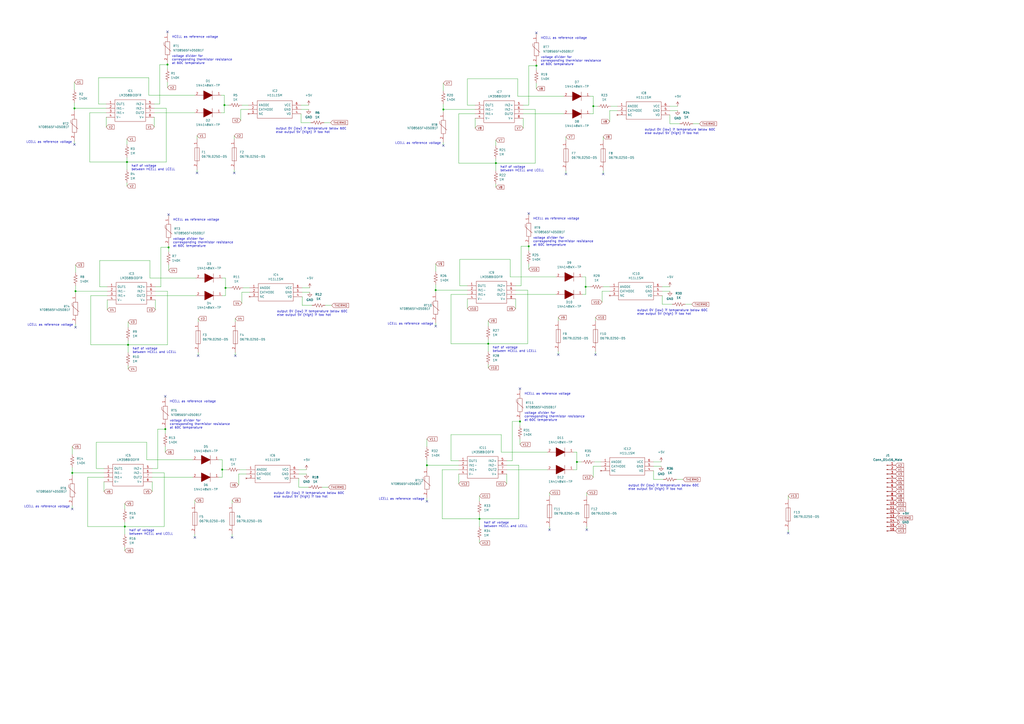
<source format=kicad_sch>
(kicad_sch (version 20211123) (generator eeschema)
  (paper "A2")
  (junction (at 128.905 272.415))
  (junction (at 278.13 300.99))
  (junction (at 252.73 168.275))
  (junction (at 130.81 167.005))
  (junction (at 97.155 37.465))
  (junction (at 334.645 267.97))
  (junction (at 72.39 305.435))
  (junction (at 283.21 199.39))
  (junction (at 287.655 94.615))
  (junction (at 247.65 269.875))
  (junction (at 95.885 248.92))
  (junction (at 73.66 93.98))
  (junction (at 43.815 168.91))
  (junction (at 339.725 166.37))
  (junction (at 97.79 143.51))
  (junction (at 344.17 61.595))
  (junction (at 311.15 38.1))
  (junction (at 301.625 244.475))
  (junction (at 306.705 142.875))
  (junction (at 41.91 274.32))
  (junction (at 43.18 62.865))
  (junction (at 257.175 63.5))
  (junction (at 74.295 200.025))
  (junction (at 130.175 60.96))
  (no_connect (at 41.91 295.275))
  (no_connect (at 43.18 83.82))
  (no_connect (at 134.62 311.785))
  (no_connect (at 97.79 124.46))
  (no_connect (at 301.625 225.425))
  (no_connect (at 114.935 206.375))
  (no_connect (at 328.295 100.965))
  (no_connect (at 247.65 290.83))
  (no_connect (at 318.77 307.34))
  (no_connect (at 323.85 205.74))
  (no_connect (at 340.36 307.34))
  (no_connect (at 135.89 100.33))
  (no_connect (at 114.3 100.33))
  (no_connect (at 113.03 311.785))
  (no_connect (at 457.2 309.245))
  (no_connect (at 311.15 19.05))
  (no_connect (at 349.885 100.965))
  (no_connect (at 43.815 189.865))
  (no_connect (at 95.885 229.87))
  (no_connect (at 97.155 18.415))
  (no_connect (at 252.73 189.23))
  (no_connect (at 306.705 123.825))
  (no_connect (at 345.44 205.74))
  (no_connect (at 257.175 84.455))
  (no_connect (at 136.525 206.375))
  (wire (pts (xy 311.15 19.05) (xy 311.15 19.685)))
  (wire (pts (xy 266.7 165.735) (xy 266.7 150.495)))
  (wire (pts (xy 306.705 38.1) (xy 311.15 38.1)))
  (wire (pts (xy 332.74 262.255) (xy 334.645 262.255)))
  (wire (pts (xy 306.07 199.39) (xy 283.21 199.39)))
  (wire (pts (xy 92.71 60.325) (xy 92.71 37.465)))
  (wire (pts (xy 294.005 272.415) (xy 317.5 272.415)))
  (wire (pts (xy 300.355 45.72) (xy 300.355 55.88)))
  (wire (pts (xy 134.62 311.785) (xy 134.62 309.88)))
  (wire (pts (xy 388.62 71.755) (xy 394.335 71.755)))
  (wire (pts (xy 60.325 271.78) (xy 55.88 271.78)))
  (wire (pts (xy 139.065 272.415) (xy 142.875 272.415)))
  (wire (pts (xy 97.155 47.625) (xy 97.155 50.8)))
  (wire (pts (xy 55.88 271.78) (xy 55.88 256.54)))
  (wire (pts (xy 43.18 62.865) (xy 61.595 62.865)))
  (wire (pts (xy 323.85 184.15) (xy 323.85 186.055)))
  (wire (pts (xy 130.175 55.245) (xy 130.175 60.96)))
  (wire (pts (xy 266.065 94.615) (xy 287.655 94.615)))
  (wire (pts (xy 301.625 254.635) (xy 301.625 257.81)))
  (wire (pts (xy 266.065 272.415) (xy 256.54 272.415)))
  (wire (pts (xy 95.885 229.87) (xy 95.885 230.505)))
  (wire (pts (xy 139.7 63.5) (xy 139.7 69.85)))
  (wire (pts (xy 323.85 205.74) (xy 323.85 203.835)))
  (wire (pts (xy 290.83 262.255) (xy 317.5 262.255)))
  (wire (pts (xy 93.345 143.51) (xy 97.79 143.51)))
  (wire (pts (xy 61.595 60.325) (xy 57.15 60.325)))
  (wire (pts (xy 43.18 81.915) (xy 43.18 83.82)))
  (wire (pts (xy 278.13 300.99) (xy 278.13 305.435)))
  (wire (pts (xy 135.89 100.33) (xy 135.89 98.425)))
  (wire (pts (xy 384.175 176.53) (xy 389.89 176.53)))
  (wire (pts (xy 136.525 184.785) (xy 136.525 186.69)))
  (wire (pts (xy 275.59 66.04) (xy 266.065 66.04)))
  (wire (pts (xy 41.91 271.145) (xy 41.91 274.32)))
  (wire (pts (xy 50.8 276.86) (xy 50.8 305.435)))
  (wire (pts (xy 140.335 60.96) (xy 144.145 60.96)))
  (wire (pts (xy 297.18 244.475) (xy 301.625 244.475)))
  (wire (pts (xy 144.145 63.5) (xy 139.7 63.5)))
  (wire (pts (xy 328.295 100.965) (xy 328.295 99.06)))
  (wire (pts (xy 96.52 62.865) (xy 96.52 93.98)))
  (wire (pts (xy 43.18 62.865) (xy 43.18 64.135)))
  (wire (pts (xy 186.69 282.575) (xy 190.5 282.575)))
  (wire (pts (xy 339.725 170.815) (xy 337.82 170.815)))
  (wire (pts (xy 457.2 287.655) (xy 457.2 289.56)))
  (wire (pts (xy 278.13 298.45) (xy 278.13 300.99)))
  (wire (pts (xy 179.705 169.545) (xy 175.26 169.545)))
  (wire (pts (xy 43.815 153.67) (xy 43.815 158.115)))
  (wire (pts (xy 247.65 288.925) (xy 247.65 290.83)))
  (wire (pts (xy 74.295 186.69) (xy 74.295 189.865)))
  (wire (pts (xy 43.18 47.625) (xy 43.18 52.07)))
  (wire (pts (xy 86.36 55.245) (xy 113.03 55.245)))
  (wire (pts (xy 95.885 248.285) (xy 95.885 248.92)))
  (wire (pts (xy 85.09 266.7) (xy 111.76 266.7)))
  (wire (pts (xy 257.175 63.5) (xy 275.59 63.5)))
  (wire (pts (xy 61.595 65.405) (xy 52.07 65.405)))
  (wire (pts (xy 97.155 18.415) (xy 97.155 19.05)))
  (wire (pts (xy 130.81 167.005) (xy 130.81 171.45)))
  (wire (pts (xy 275.59 60.96) (xy 271.145 60.96)))
  (wire (pts (xy 388.62 61.595) (xy 393.065 61.595)))
  (wire (pts (xy 140.335 169.545) (xy 140.335 175.895)))
  (wire (pts (xy 348.615 270.51) (xy 344.17 270.51)))
  (wire (pts (xy 130.81 161.29) (xy 130.81 167.005)))
  (wire (pts (xy 256.54 272.415) (xy 256.54 300.99)))
  (wire (pts (xy 300.99 269.875) (xy 300.99 300.99)))
  (wire (pts (xy 271.145 173.355) (xy 271.145 179.07)))
  (wire (pts (xy 135.89 78.74) (xy 135.89 80.645)))
  (wire (pts (xy 334.645 267.97) (xy 334.645 272.415)))
  (wire (pts (xy 303.53 63.5) (xy 310.515 63.5)))
  (wire (pts (xy 62.23 171.45) (xy 52.705 171.45)))
  (wire (pts (xy 43.815 165.735) (xy 43.815 168.91)))
  (wire (pts (xy 349.885 100.965) (xy 349.885 99.06)))
  (wire (pts (xy 93.345 166.37) (xy 93.345 143.51)))
  (wire (pts (xy 353.695 64.135) (xy 353.695 70.485)))
  (wire (pts (xy 138.43 274.955) (xy 138.43 281.305)))
  (wire (pts (xy 252.73 153.035) (xy 252.73 157.48)))
  (wire (pts (xy 97.155 200.025) (xy 74.295 200.025)))
  (wire (pts (xy 278.13 313.055) (xy 278.13 314.96)))
  (wire (pts (xy 95.25 305.435) (xy 72.39 305.435)))
  (wire (pts (xy 290.83 252.095) (xy 290.83 262.255)))
  (wire (pts (xy 310.515 63.5) (xy 310.515 94.615)))
  (wire (pts (xy 90.17 166.37) (xy 93.345 166.37)))
  (wire (pts (xy 340.36 307.34) (xy 340.36 305.435)))
  (wire (pts (xy 114.3 78.74) (xy 114.3 80.645)))
  (wire (pts (xy 301.625 244.475) (xy 301.625 247.015)))
  (wire (pts (xy 73.66 91.44) (xy 73.66 93.98)))
  (wire (pts (xy 174.625 60.96) (xy 179.07 60.96)))
  (wire (pts (xy 283.21 199.39) (xy 283.21 203.835)))
  (wire (pts (xy 62.23 166.37) (xy 57.785 166.37)))
  (wire (pts (xy 130.81 171.45) (xy 128.905 171.45)))
  (wire (pts (xy 52.705 171.45) (xy 52.705 200.025)))
  (wire (pts (xy 306.705 60.96) (xy 306.705 38.1)))
  (wire (pts (xy 188.595 177.165) (xy 192.405 177.165)))
  (wire (pts (xy 379.095 273.05) (xy 379.095 278.13)))
  (wire (pts (xy 275.59 68.58) (xy 275.59 74.295)))
  (wire (pts (xy 306.705 123.825) (xy 306.705 124.46)))
  (wire (pts (xy 73.66 93.98) (xy 73.66 98.425)))
  (wire (pts (xy 349.25 168.91) (xy 349.25 175.26)))
  (wire (pts (xy 74.295 200.025) (xy 74.295 204.47)))
  (wire (pts (xy 97.79 142.875) (xy 97.79 143.51)))
  (wire (pts (xy 353.695 168.91) (xy 349.25 168.91)))
  (wire (pts (xy 114.935 184.785) (xy 114.935 186.69)))
  (wire (pts (xy 97.155 37.465) (xy 97.155 40.005)))
  (wire (pts (xy 266.065 267.335) (xy 261.62 267.335)))
  (wire (pts (xy 60.325 276.86) (xy 50.8 276.86)))
  (wire (pts (xy 384.175 171.45) (xy 384.175 176.53)))
  (wire (pts (xy 287.655 92.075) (xy 287.655 94.615)))
  (wire (pts (xy 97.155 168.91) (xy 97.155 200.025)))
  (wire (pts (xy 271.145 165.735) (xy 266.7 165.735)))
  (wire (pts (xy 397.51 176.53) (xy 401.32 176.53)))
  (wire (pts (xy 86.36 45.085) (xy 86.36 55.245)))
  (wire (pts (xy 344.805 267.97) (xy 348.615 267.97)))
  (wire (pts (xy 401.955 71.755) (xy 405.765 71.755)))
  (wire (pts (xy 287.655 81.28) (xy 287.655 84.455)))
  (wire (pts (xy 257.175 48.26) (xy 257.175 52.705)))
  (wire (pts (xy 89.535 65.405) (xy 113.03 65.405)))
  (wire (pts (xy 175.26 172.085) (xy 175.26 177.165)))
  (wire (pts (xy 97.79 124.46) (xy 97.79 125.095)))
  (wire (pts (xy 90.17 171.45) (xy 113.665 171.45)))
  (wire (pts (xy 247.65 266.7) (xy 247.65 269.875)))
  (wire (pts (xy 113.03 311.785) (xy 113.03 309.88)))
  (wire (pts (xy 252.73 168.275) (xy 252.73 169.545)))
  (wire (pts (xy 303.53 60.96) (xy 306.705 60.96)))
  (wire (pts (xy 344.17 270.51) (xy 344.17 276.86)))
  (wire (pts (xy 300.355 55.88) (xy 327.025 55.88)))
  (wire (pts (xy 283.21 196.85) (xy 283.21 199.39)))
  (wire (pts (xy 358.14 64.135) (xy 353.695 64.135)))
  (wire (pts (xy 344.17 66.04) (xy 342.265 66.04)))
  (wire (pts (xy 175.26 177.165) (xy 180.975 177.165)))
  (wire (pts (xy 88.265 274.32) (xy 95.25 274.32)))
  (wire (pts (xy 175.26 167.005) (xy 179.705 167.005)))
  (wire (pts (xy 311.15 48.26) (xy 311.15 51.435)))
  (wire (pts (xy 41.91 259.08) (xy 41.91 263.525)))
  (wire (pts (xy 261.62 267.335) (xy 261.62 252.095)))
  (wire (pts (xy 334.645 272.415) (xy 332.74 272.415)))
  (wire (pts (xy 354.33 61.595) (xy 358.14 61.595)))
  (wire (pts (xy 128.905 266.7) (xy 128.905 272.415)))
  (wire (pts (xy 128.905 161.29) (xy 130.81 161.29)))
  (wire (pts (xy 95.25 274.32) (xy 95.25 305.435)))
  (wire (pts (xy 283.21 211.455) (xy 283.21 213.36)))
  (wire (pts (xy 271.145 170.815) (xy 261.62 170.815)))
  (wire (pts (xy 252.73 168.275) (xy 271.145 168.275)))
  (wire (pts (xy 57.15 45.085) (xy 86.36 45.085)))
  (wire (pts (xy 187.96 71.12) (xy 191.77 71.12)))
  (wire (pts (xy 43.815 168.91) (xy 43.815 170.18)))
  (wire (pts (xy 62.23 173.99) (xy 62.23 179.705)))
  (wire (pts (xy 339.725 166.37) (xy 339.725 170.815)))
  (wire (pts (xy 306.07 168.275) (xy 306.07 199.39)))
  (wire (pts (xy 179.07 63.5) (xy 174.625 63.5)))
  (wire (pts (xy 379.095 278.13) (xy 384.81 278.13)))
  (wire (pts (xy 345.44 205.74) (xy 345.44 203.835)))
  (wire (pts (xy 114.935 206.375) (xy 114.935 204.47)))
  (wire (pts (xy 295.91 160.655) (xy 322.58 160.655)))
  (wire (pts (xy 43.815 187.96) (xy 43.815 189.865)))
  (wire (pts (xy 128.27 55.245) (xy 130.175 55.245)))
  (wire (pts (xy 383.54 270.51) (xy 379.095 270.51)))
  (wire (pts (xy 344.17 55.88) (xy 344.17 61.595)))
  (wire (pts (xy 72.39 302.895) (xy 72.39 305.435)))
  (wire (pts (xy 261.62 252.095) (xy 290.83 252.095)))
  (wire (pts (xy 57.785 166.37) (xy 57.785 151.13)))
  (wire (pts (xy 337.82 160.655) (xy 339.725 160.655)))
  (wire (pts (xy 252.73 187.325) (xy 252.73 189.23)))
  (wire (pts (xy 52.07 65.405) (xy 52.07 93.98)))
  (wire (pts (xy 261.62 199.39) (xy 283.21 199.39)))
  (wire (pts (xy 114.3 100.33) (xy 114.3 98.425)))
  (wire (pts (xy 301.625 225.425) (xy 301.625 226.06)))
  (wire (pts (xy 287.655 94.615) (xy 287.655 99.06)))
  (wire (pts (xy 247.65 254.635) (xy 247.65 259.08)))
  (wire (pts (xy 301.625 243.84) (xy 301.625 244.475)))
  (wire (pts (xy 173.355 282.575) (xy 179.07 282.575)))
  (wire (pts (xy 345.44 184.15) (xy 345.44 186.055)))
  (wire (pts (xy 294.005 269.875) (xy 300.99 269.875)))
  (wire (pts (xy 173.355 272.415) (xy 177.8 272.415)))
  (wire (pts (xy 96.52 93.98) (xy 73.66 93.98)))
  (wire (pts (xy 257.175 60.325) (xy 257.175 63.5)))
  (wire (pts (xy 379.095 267.97) (xy 383.54 267.97)))
  (wire (pts (xy 91.44 271.78) (xy 91.44 248.92)))
  (wire (pts (xy 136.525 206.375) (xy 136.525 204.47)))
  (wire (pts (xy 344.17 61.595) (xy 346.71 61.595)))
  (wire (pts (xy 271.145 60.96) (xy 271.145 45.72)))
  (wire (pts (xy 349.885 79.375) (xy 349.885 81.28)))
  (wire (pts (xy 95.885 248.92) (xy 95.885 251.46)))
  (wire (pts (xy 318.77 285.75) (xy 318.77 287.655)))
  (wire (pts (xy 388.62 66.675) (xy 388.62 71.755)))
  (wire (pts (xy 72.39 305.435) (xy 72.39 309.88)))
  (wire (pts (xy 43.18 59.69) (xy 43.18 62.865)))
  (wire (pts (xy 130.175 60.96) (xy 130.175 65.405)))
  (wire (pts (xy 302.26 142.875) (xy 306.705 142.875)))
  (wire (pts (xy 299.085 165.735) (xy 302.26 165.735)))
  (wire (pts (xy 334.645 267.97) (xy 337.185 267.97)))
  (wire (pts (xy 52.07 93.98) (xy 73.66 93.98)))
  (wire (pts (xy 142.875 274.955) (xy 138.43 274.955)))
  (wire (pts (xy 299.085 170.815) (xy 322.58 170.815)))
  (wire (pts (xy 85.09 256.54) (xy 85.09 266.7)))
  (wire (pts (xy 174.625 71.12) (xy 180.34 71.12)))
  (wire (pts (xy 43.815 168.91) (xy 62.23 168.91)))
  (wire (pts (xy 57.785 151.13) (xy 86.995 151.13)))
  (wire (pts (xy 128.905 272.415) (xy 131.445 272.415)))
  (wire (pts (xy 328.295 79.375) (xy 328.295 81.28)))
  (wire (pts (xy 283.21 186.055) (xy 283.21 189.23)))
  (wire (pts (xy 90.17 168.91) (xy 97.155 168.91)))
  (wire (pts (xy 88.265 276.86) (xy 111.76 276.86)))
  (wire (pts (xy 113.03 290.195) (xy 113.03 292.1)))
  (wire (pts (xy 339.725 166.37) (xy 342.265 166.37)))
  (wire (pts (xy 306.705 142.875) (xy 306.705 145.415)))
  (wire (pts (xy 130.175 65.405) (xy 128.27 65.405)))
  (wire (pts (xy 41.91 293.37) (xy 41.91 295.275)))
  (wire (pts (xy 299.085 168.275) (xy 306.07 168.275)))
  (wire (pts (xy 95.885 259.08) (xy 95.885 262.255)))
  (wire (pts (xy 173.355 277.495) (xy 173.355 282.575)))
  (wire (pts (xy 334.645 262.255) (xy 334.645 267.97)))
  (wire (pts (xy 92.71 37.465) (xy 97.155 37.465)))
  (wire (pts (xy 266.7 150.495) (xy 295.91 150.495)))
  (wire (pts (xy 177.8 274.955) (xy 173.355 274.955)))
  (wire (pts (xy 310.515 94.615) (xy 287.655 94.615)))
  (wire (pts (xy 88.265 271.78) (xy 91.44 271.78)))
  (wire (pts (xy 339.725 160.655) (xy 339.725 166.37)))
  (wire (pts (xy 256.54 300.99) (xy 278.13 300.99)))
  (wire (pts (xy 247.65 269.875) (xy 266.065 269.875)))
  (wire (pts (xy 73.66 106.045) (xy 73.66 107.95)))
  (wire (pts (xy 303.53 68.58) (xy 303.53 74.295)))
  (wire (pts (xy 295.91 150.495) (xy 295.91 160.655)))
  (wire (pts (xy 73.66 80.645) (xy 73.66 83.82)))
  (wire (pts (xy 306.705 153.035) (xy 306.705 156.21)))
  (wire (pts (xy 50.8 305.435) (xy 72.39 305.435)))
  (wire (pts (xy 88.265 279.4) (xy 88.265 285.115)))
  (wire (pts (xy 97.155 36.83) (xy 97.155 37.465)))
  (wire (pts (xy 261.62 170.815) (xy 261.62 199.39)))
  (wire (pts (xy 74.295 197.485) (xy 74.295 200.025)))
  (wire (pts (xy 89.535 67.945) (xy 89.535 73.66)))
  (wire (pts (xy 130.175 60.96) (xy 132.715 60.96)))
  (wire (pts (xy 72.39 317.5) (xy 72.39 319.405)))
  (wire (pts (xy 52.705 200.025) (xy 74.295 200.025)))
  (wire (pts (xy 252.73 165.1) (xy 252.73 168.275)))
  (wire (pts (xy 266.065 66.04) (xy 266.065 94.615)))
  (wire (pts (xy 41.91 274.32) (xy 41.91 275.59)))
  (wire (pts (xy 57.15 60.325) (xy 57.15 45.085)))
  (wire (pts (xy 144.78 169.545) (xy 140.335 169.545)))
  (wire (pts (xy 340.36 285.75) (xy 340.36 287.655)))
  (wire (pts (xy 388.62 168.91) (xy 384.175 168.91)))
  (wire (pts (xy 91.44 248.92) (xy 95.885 248.92)))
  (wire (pts (xy 72.39 292.1) (xy 72.39 295.275)))
  (wire (pts (xy 344.17 61.595) (xy 344.17 66.04)))
  (wire (pts (xy 311.15 38.1) (xy 311.15 40.64)))
  (wire (pts (xy 257.175 82.55) (xy 257.175 84.455)))
  (wire (pts (xy 55.88 256.54) (xy 85.09 256.54)))
  (wire (pts (xy 140.97 167.005) (xy 144.78 167.005)))
  (wire (pts (xy 61.595 67.945) (xy 61.595 73.66)))
  (wire (pts (xy 257.175 63.5) (xy 257.175 64.77)))
  (wire (pts (xy 457.2 309.245) (xy 457.2 307.34)))
  (wire (pts (xy 311.15 37.465) (xy 311.15 38.1)))
  (wire (pts (xy 60.325 279.4) (xy 60.325 285.115)))
  (wire (pts (xy 302.26 165.735) (xy 302.26 142.875)))
  (wire (pts (xy 134.62 290.195) (xy 134.62 292.1)))
  (wire (pts (xy 392.43 278.13) (xy 396.24 278.13)))
  (wire (pts (xy 89.535 62.865) (xy 96.52 62.865)))
  (wire (pts (xy 86.995 151.13) (xy 86.995 161.29)))
  (wire (pts (xy 300.99 300.99) (xy 278.13 300.99)))
  (wire (pts (xy 287.655 106.68) (xy 287.655 108.585)))
  (wire (pts (xy 128.905 272.415) (xy 128.905 276.86)))
  (wire (pts (xy 297.18 267.335) (xy 297.18 244.475)))
  (wire (pts (xy 299.085 173.355) (xy 299.085 179.07)))
  (wire (pts (xy 97.79 153.67) (xy 97.79 156.845)))
  (wire (pts (xy 349.885 166.37) (xy 353.695 166.37)))
  (wire (pts (xy 294.005 274.955) (xy 294.005 280.67)))
  (wire (pts (xy 266.065 274.955) (xy 266.065 280.67)))
  (wire (pts (xy 294.005 267.335) (xy 297.18 267.335)))
  (wire (pts (xy 306.705 142.24) (xy 306.705 142.875)))
  (wire (pts (xy 278.13 287.655) (xy 278.13 290.83)))
  (wire (pts (xy 41.91 274.32) (xy 60.325 274.32)))
  (wire (pts (xy 271.145 45.72) (xy 300.355 45.72)))
  (wire (pts (xy 127 266.7) (xy 128.905 266.7)))
  (wire (pts (xy 303.53 66.04) (xy 327.025 66.04)))
  (wire (pts (xy 90.17 173.99) (xy 90.17 179.705)))
  (wire (pts (xy 174.625 66.04) (xy 174.625 71.12)))
  (wire (pts (xy 247.65 269.875) (xy 247.65 271.145)))
  (wire (pts (xy 89.535 60.325) (xy 92.71 60.325)))
  (wire (pts (xy 393.065 64.135) (xy 388.62 64.135)))
  (wire (pts (xy 342.265 55.88) (xy 344.17 55.88)))
  (wire (pts (xy 86.995 161.29) (xy 113.665 161.29)))
  (wire (pts (xy 130.81 167.005) (xy 133.35 167.005)))
  (wire (pts (xy 318.77 307.34) (xy 318.77 305.435)))
  (wire (pts (xy 74.295 212.09) (xy 74.295 213.995)))
  (wire (pts (xy 128.905 276.86) (xy 127 276.86)))
  (wire (pts (xy 384.175 166.37) (xy 388.62 166.37)))
  (wire (pts (xy 97.79 143.51) (xy 97.79 146.05)))
  (text "output 0V (low) if temperature below 60C\nelse output 5V (high) if too hot" (at 374.015 78.105 0) (effects (font (size 1.27 1.27)) (justify left bottom)))
  (text "output 0V (low) if temperature below 60C\nelse output 5V (high) if too hot" (at 369.57 182.88 0) (effects (font (size 1.27 1.27)) (justify left bottom)))
  (text "HCELL as reference voltage" (at 100.33 128.27 0) (effects (font (size 1.27 1.27)) (justify left bottom)))
  (text "HCELL as reference voltage" (at 98.425 233.68 0) (effects (font (size 1.27 1.27)) (justify left bottom)))
  (text "voltage divider for \ncorresponding thermistor resistance \nat 60C temperature " (at 309.245 142.875 0) (effects (font (size 1.27 1.27)) (justify left bottom)))
  (text "voltage divider for \ncorresponding thermistor resistance \nat 60C temperature " (at 99.695 37.465 0) (effects (font (size 1.27 1.27)) (justify left bottom)))
  (text "LCELL as reference voltage" (at 219.71 290.195 0) (effects (font (size 1.27 1.27)) (justify left bottom)))
  (text "HCELL as reference voltage" (at 99.695 22.225 0) (effects (font (size 1.27 1.27)) (justify left bottom)))
  (text "LCELL as reference voltage" (at 13.97 294.64 0) (effects (font (size 1.27 1.27)) (justify left bottom)))
  (text "LCELL as reference voltage" (at 15.875 189.23 0) (effects (font (size 1.27 1.27)) (justify left bottom)))
  (text "HCELL as reference voltage" (at 313.69 22.86 0) (effects (font (size 1.27 1.27)) (justify left bottom)))
  (text "half of voltage \nbetween HCELL and LCELL" (at 76.2 99.06 0) (effects (font (size 1.27 1.27)) (justify left bottom)))
  (text "LCELL as reference voltage" (at 224.79 188.595 0) (effects (font (size 1.27 1.27)) (justify left bottom)))
  (text "voltage divider for \ncorresponding thermistor resistance \nat 60C temperature " (at 304.165 244.475 0) (effects (font (size 1.27 1.27)) (justify left bottom)))
  (text "HCELL as reference voltage" (at 304.165 229.235 0) (effects (font (size 1.27 1.27)) (justify left bottom)))
  (text "LCELL as reference voltage" (at 15.24 83.185 0) (effects (font (size 1.27 1.27)) (justify left bottom)))
  (text "LCELL as reference voltage" (at 229.235 83.82 0) (effects (font (size 1.27 1.27)) (justify left bottom)))
  (text "voltage divider for \ncorresponding thermistor resistance \nat 60C temperature " (at 100.33 143.51 0) (effects (font (size 1.27 1.27)) (justify left bottom)))
  (text "half of voltage \nbetween HCELL and LCELL" (at 74.93 310.515 0) (effects (font (size 1.27 1.27)) (justify left bottom)))
  (text "output 0V (low) if temperature below 60C\nelse output 5V (high) if too hot" (at 158.75 288.925 0) (effects (font (size 1.27 1.27)) (justify left bottom)))
  (text "half of voltage \nbetween HCELL and LCELL" (at 76.835 205.105 0) (effects (font (size 1.27 1.27)) (justify left bottom)))
  (text "half of voltage \nbetween HCELL and LCELL" (at 285.75 204.47 0) (effects (font (size 1.27 1.27)) (justify left bottom)))
  (text "output 0V (low) if temperature below 60C\nelse output 5V (high) if too hot" (at 364.49 284.48 0) (effects (font (size 1.27 1.27)) (justify left bottom)))
  (text "voltage divider for \ncorresponding thermistor resistance \nat 60C temperature " (at 98.425 248.92 0) (effects (font (size 1.27 1.27)) (justify left bottom)))
  (text "half of voltage \nbetween HCELL and LCELL" (at 280.67 306.07 0) (effects (font (size 1.27 1.27)) (justify left bottom)))
  (text "half of voltage \nbetween HCELL and LCELL" (at 290.195 99.695 0) (effects (font (size 1.27 1.27)) (justify left bottom)))
  (text "output 0V (low) if temperature below 60C\nelse output 5V (high) if too hot" (at 160.655 183.515 0) (effects (font (size 1.27 1.27)) (justify left bottom)))
  (text "voltage divider for \ncorresponding thermistor resistance \nat 60C temperature " (at 313.69 38.1 0) (effects (font (size 1.27 1.27)) (justify left bottom)))
  (text "output 0V (low) if temperature below 60C\nelse output 5V (high) if too hot" (at 160.02 77.47 0) (effects (font (size 1.27 1.27)) (justify left bottom)))
  (text "HCELL as reference voltage" (at 309.245 127.635 0) (effects (font (size 1.27 1.27)) (justify left bottom)))
  (global_label "V7" (shape input) (at 257.175 48.26 0) (property "Intersheet References" "${INTERSHEET_REFS}" (effects hide)))
  (global_label "V4" (shape input) (at 74.295 213.995 0) (property "Intersheet References" "${INTERSHEET_REFS}" (effects hide)))
  (global_label "V4" (shape input) (at 519.43 277.495 0) (property "Intersheet References" "${INTERSHEET_REFS}" (effects hide)))
  (global_label "THERMO" (shape input) (at 191.77 71.12 0) (property "Intersheet References" "${INTERSHEET_REFS}" (effects hide)))
  (global_label "V7" (shape input) (at 328.295 79.375 0) (property "Intersheet References" "${INTERSHEET_REFS}" (effects hide)))
  (global_label "V10" (shape input) (at 349.25 175.26 180) (property "Intersheet References" "${INTERSHEET_REFS}" (effects hide)))
  (global_label "V12" (shape input) (at 519.43 305.435 0) (property "Intersheet References" "${INTERSHEET_REFS}" (effects hide)))
  (global_label "V8" (shape input) (at 353.695 70.485 180) (property "Intersheet References" "${INTERSHEET_REFS}" (effects hide)))
  (global_label "V6" (shape input) (at 72.39 319.405 0) (property "Intersheet References" "${INTERSHEET_REFS}" (effects hide)))
  (global_label "V2" (shape input) (at 97.155 50.8 0) (property "Intersheet References" "${INTERSHEET_REFS}" (effects hide)))
  (global_label "V4" (shape input) (at 97.79 156.845 0) (property "Intersheet References" "${INTERSHEET_REFS}" (effects hide)))
  (global_label "V5" (shape input) (at 88.265 285.115 180) (property "Intersheet References" "${INTERSHEET_REFS}" (effects hide)))
  (global_label "V4" (shape input) (at 140.335 175.895 180) (property "Intersheet References" "${INTERSHEET_REFS}" (effects hide)))
  (global_label "THERMO" (shape input) (at 190.5 282.575 0) (property "Intersheet References" "${INTERSHEET_REFS}" (effects hide)))
  (global_label "V11" (shape input) (at 519.43 295.275 0) (property "Intersheet References" "${INTERSHEET_REFS}" (effects hide)))
  (global_label "V5" (shape input) (at 113.03 290.195 0) (property "Intersheet References" "${INTERSHEET_REFS}" (effects hide)))
  (global_label "V10" (shape input) (at 271.145 179.07 0) (property "Intersheet References" "${INTERSHEET_REFS}" (effects hide)))
  (global_label "V6" (shape input) (at 95.885 262.255 0) (property "Intersheet References" "${INTERSHEET_REFS}" (effects hide)))
  (global_label "V6" (shape input) (at 134.62 290.195 0) (property "Intersheet References" "${INTERSHEET_REFS}" (effects hide)))
  (global_label "V9" (shape input) (at 283.21 186.055 0) (property "Intersheet References" "${INTERSHEET_REFS}" (effects hide)))
  (global_label "V1" (shape input) (at 114.3 78.74 0) (property "Intersheet References" "${INTERSHEET_REFS}" (effects hide)))
  (global_label "V8" (shape input) (at 311.15 51.435 0) (property "Intersheet References" "${INTERSHEET_REFS}" (effects hide)))
  (global_label "V2" (shape input) (at 139.7 69.85 180) (property "Intersheet References" "${INTERSHEET_REFS}" (effects hide)))
  (global_label "V5" (shape input) (at 72.39 292.1 0) (property "Intersheet References" "${INTERSHEET_REFS}" (effects hide)))
  (global_label "V4" (shape input) (at 136.525 184.785 0) (property "Intersheet References" "${INTERSHEET_REFS}" (effects hide)))
  (global_label "V7" (shape input) (at 287.655 81.28 0) (property "Intersheet References" "${INTERSHEET_REFS}" (effects hide)))
  (global_label "V7" (shape input) (at 519.43 285.115 0) (property "Intersheet References" "${INTERSHEET_REFS}" (effects hide)))
  (global_label "V5" (shape input) (at 519.43 280.035 0) (property "Intersheet References" "${INTERSHEET_REFS}" (effects hide)))
  (global_label "V2" (shape input) (at 61.595 73.66 0) (property "Intersheet References" "${INTERSHEET_REFS}" (effects hide)))
  (global_label "V11" (shape input) (at 294.005 280.67 180) (property "Intersheet References" "${INTERSHEET_REFS}" (effects hide)))
  (global_label "V3" (shape input) (at 114.935 184.785 0) (property "Intersheet References" "${INTERSHEET_REFS}" (effects hide)))
  (global_label "V3" (shape input) (at 519.43 274.955 0) (property "Intersheet References" "${INTERSHEET_REFS}" (effects hide)))
  (global_label "V2" (shape input) (at 135.89 78.74 0) (property "Intersheet References" "${INTERSHEET_REFS}" (effects hide)))
  (global_label "V8" (shape input) (at 349.885 79.375 0) (property "Intersheet References" "${INTERSHEET_REFS}" (effects hide)))
  (global_label "V12" (shape input) (at 301.625 257.81 0) (property "Intersheet References" "${INTERSHEET_REFS}" (effects hide)))
  (global_label "V6" (shape input) (at 60.325 285.115 0) (property "Intersheet References" "${INTERSHEET_REFS}" (effects hide)))
  (global_label "V12" (shape input) (at 340.36 285.75 0) (property "Intersheet References" "${INTERSHEET_REFS}" (effects hide)))
  (global_label "V12" (shape input) (at 266.065 280.67 0) (property "Intersheet References" "${INTERSHEET_REFS}" (effects hide)))
  (global_label "V12" (shape input) (at 278.13 314.96 0) (property "Intersheet References" "${INTERSHEET_REFS}" (effects hide)))
  (global_label "V2" (shape input) (at 73.66 107.95 0) (property "Intersheet References" "${INTERSHEET_REFS}" (effects hide)))
  (global_label "V9" (shape input) (at 299.085 179.07 180) (property "Intersheet References" "${INTERSHEET_REFS}" (effects hide)))
  (global_label "THERMO" (shape input) (at 396.24 278.13 0) (property "Intersheet References" "${INTERSHEET_REFS}" (effects hide)))
  (global_label "THERMO" (shape input) (at 192.405 177.165 0) (property "Intersheet References" "${INTERSHEET_REFS}" (effects hide)))
  (global_label "V10" (shape input) (at 283.21 213.36 0) (property "Intersheet References" "${INTERSHEET_REFS}" (effects hide)))
  (global_label "V1" (shape input) (at 519.43 272.415 0) (property "Intersheet References" "${INTERSHEET_REFS}" (effects hide)))
  (global_label "V3" (shape input) (at 74.295 186.69 0) (property "Intersheet References" "${INTERSHEET_REFS}" (effects hide)))
  (global_label "V10" (shape input) (at 306.705 156.21 0) (property "Intersheet References" "${INTERSHEET_REFS}" (effects hide)))
  (global_label "V6" (shape input) (at 519.43 282.575 0) (property "Intersheet References" "${INTERSHEET_REFS}" (effects hide)))
  (global_label "V11" (shape input) (at 247.65 254.635 0) (property "Intersheet References" "${INTERSHEET_REFS}" (effects hide)))
  (global_label "V8" (shape input) (at 519.43 287.655 0) (property "Intersheet References" "${INTERSHEET_REFS}" (effects hide)))
  (global_label "V6" (shape input) (at 138.43 281.305 180) (property "Intersheet References" "${INTERSHEET_REFS}" (effects hide)))
  (global_label "V9" (shape input) (at 323.85 184.15 0) (property "Intersheet References" "${INTERSHEET_REFS}" (effects hide)))
  (global_label "V8" (shape input) (at 287.655 108.585 0) (property "Intersheet References" "${INTERSHEET_REFS}" (effects hide)))
  (global_label "V2" (shape input) (at 519.43 269.875 0) (property "Intersheet References" "${INTERSHEET_REFS}" (effects hide)))
  (global_label "V9" (shape input) (at 252.73 153.035 0) (property "Intersheet References" "${INTERSHEET_REFS}" (effects hide)))
  (global_label "V11" (shape input) (at 318.77 285.75 0) (property "Intersheet References" "${INTERSHEET_REFS}" (effects hide)))
  (global_label "V1" (shape input) (at 43.18 47.625 0) (property "Intersheet References" "${INTERSHEET_REFS}" (effects hide)))
  (global_label "V5" (shape input) (at 41.91 259.08 0) (property "Intersheet References" "${INTERSHEET_REFS}" (effects hide)))
  (global_label "V13" (shape input) (at 519.43 307.975 0) (property "Intersheet References" "${INTERSHEET_REFS}" (effects hide)))
  (global_label "V1" (shape input) (at 73.66 80.645 0) (property "Intersheet References" "${INTERSHEET_REFS}" (effects hide)))
  (global_label "V10" (shape input) (at 519.43 292.735 0) (property "Intersheet References" "${INTERSHEET_REFS}" (effects hide)))
  (global_label "V10" (shape input) (at 345.44 184.15 0) (property "Intersheet References" "${INTERSHEET_REFS}" (effects hide)))
  (global_label "V8" (shape input) (at 275.59 74.295 0) (property "Intersheet References" "${INTERSHEET_REFS}" (effects hide)))
  (global_label "V9" (shape input) (at 519.43 290.195 0) (property "Intersheet References" "${INTERSHEET_REFS}" (effects hide)))
  (global_label "V1" (shape input) (at 89.535 73.66 180) (property "Intersheet References" "${INTERSHEET_REFS}" (effects hide)))
  (global_label "V4" (shape input) (at 62.23 179.705 0) (property "Intersheet References" "${INTERSHEET_REFS}" (effects hide)))
  (global_label "V3" (shape input) (at 43.815 153.67 0) (property "Intersheet References" "${INTERSHEET_REFS}" (effects hide)))
  (global_label "THERMO" (shape input) (at 519.43 300.355 0) (property "Intersheet References" "${INTERSHEET_REFS}" (effects hide)))
  (global_label "V13" (shape input) (at 457.2 287.655 0) (property "Intersheet References" "${INTERSHEET_REFS}" (effects hide)))
  (global_label "V12" (shape input) (at 344.17 276.86 180) (property "Intersheet References" "${INTERSHEET_REFS}" (effects hide)))
  (global_label "V3" (shape input) (at 90.17 179.705 180) (property "Intersheet References" "${INTERSHEET_REFS}" (effects hide)))
  (global_label "V11" (shape input) (at 278.13 287.655 0) (property "Intersheet References" "${INTERSHEET_REFS}" (effects hide)))
  (global_label "V7" (shape input) (at 303.53 74.295 180) (property "Intersheet References" "${INTERSHEET_REFS}" (effects hide)))
  (global_label "THERMO" (shape input) (at 401.32 176.53 0) (property "Intersheet References" "${INTERSHEET_REFS}" (effects hide)))
  (global_label "THERMO" (shape input) (at 405.765 71.755 0) (property "Intersheet References" "${INTERSHEET_REFS}" (effects hide)))
  (symbol (lib_id "Device:R_US") (at 136.525 60.96 90) (unit 1)
    (property "Reference" "R5" (at 136.525 55.245 90))
    (property "Value" "1K" (at 136.525 57.785 90))
    (property "Footprint" "Resistor_SMD:R_0805_2012Metric_Pad1.20x1.40mm_HandSolder" (effects hide))
  )
  (symbol (lib_id "Device:R_US") (at 278.13 309.245 0) (unit 1)
    (property "Reference" "R34" (at 280.67 307.9749 0) (effects (justify left)))
    (property "Value" "1M" (at 280.67 310.5149 0) (effects (justify left)))
    (property "Footprint" "Resistor_SMD:R_0805_2012Metric_Pad1.20x1.40mm_HandSolder" (effects hide))
  )
  (symbol (lib_id "Device:R_US") (at 340.995 267.97 90) (unit 1)
    (property "Reference" "R35" (at 340.995 261.62 90))
    (property "Value" "1K" (at 340.995 264.16 90))
    (property "Footprint" "Resistor_SMD:R_0805_2012Metric_Pad1.20x1.40mm_HandSolder" (effects hide))
  )
  (symbol (lib_id "LM358BIDDFR:LM358BIDDFR") (at 61.595 60.325 0) (unit 1)
    (property "Reference" "IC1" (at 75.565 52.705 0))
    (property "Value" "LM358BIDDFR" (at 75.565 55.245 0))
    (property "Footprint" "OpAmp:SOT65P280X110-8N" (effects hide))
    (property "Datasheet" "https://www.ti.com/lit/ds/symlink/lm358.pdf?HQS=dis-dk-null-digikeymode-dsf-pf-null-wwe&ts=1637414494084&ref_url=https%253A%252F%252Fwww.ti.com%252Fgeneral%252Fdocs%252Fsuppproductinfo.tsp%253FdistId%253D10%2526gotoUrl%253Dhttps%253A%252F%252Fwww.ti.com%2" (effects hide))
    (property "Description" "Operational Amplifiers - Op Amps" (effects hide))
    (property "Height" "1.1" (effects hide))
    (property "Mouser Part Number" "595-LM358BIDDFR" (effects hide))
    (property "Mouser Price/Stock" "https://www.mouser.co.uk/ProductDetail/Texas-Instruments/LM358BIDDFR?qs=Wj%2FVkw3K%252BMChENR0WviREw%3D%3D" (effects hide))
    (property "Manufacturer_Name" "Texas Instruments" (effects hide))
    (property "Manufacturer_Part_Number" "LM358BIDDFR" (effects hide))
  )
  (symbol (lib_id "power:GND") (at 383.54 270.51 0) (unit 1)
    (property "Reference" "#PWR0108" (effects hide))
    (property "Value" "GND" (at 383.54 274.955 0))
  )
  (symbol (lib_id "1N4148WX-TP:1N4148WX-TP") (at 128.27 65.405 180) (unit 1)
    (property "Reference" "D2" (at 120.65 69.85 0))
    (property "Value" "1N4148WX-TP" (at 120.65 72.39 0))
    (property "Footprint" "Diode:SOD2512X115N" (effects hide))
    (property "Datasheet" "https://www.mccsemi.com/pdf/Products/1N4148WX(SOD-323).pdf" (effects hide))
    (property "Description" "MICRO COMMERCIAL COMPONENTS - 1N4148WX-TP - SWITCHING DIODE, 500MW, 1V, SOD323" (effects hide))
    (property "Height" "1.15" (effects hide))
    (property "Mouser Part Number" "833-1N4148WX-TP" (effects hide))
    (property "Mouser Price/Stock" "https://www.mouser.co.uk/ProductDetail/Micro-Commercial-Components-MCC/1N4148WX-TP?qs=Vo7e0yZOYdH7fKyVBspYOg%3D%3D" (effects hide))
    (property "Manufacturer_Name" "MCC" (effects hide))
    (property "Manufacturer_Part_Number" "1N4148WX-TP" (effects hide))
  )
  (symbol (lib_id "power:+5V") (at 519.43 297.815 270) (unit 1)
    (property "Reference" "#PWR0113" (effects hide))
    (property "Value" "+5V" (at 523.24 297.8149 90) (effects (justify left)))
  )
  (symbol (lib_id "0679L0250-05:0679L0250-05") (at 328.295 81.28 270) (unit 1)
    (property "Reference" "F7" (at 331.47 88.8999 90) (effects (justify left)))
    (property "Value" "0679L0250-05" (at 331.47 91.4399 90) (effects (justify left)))
    (property "Footprint" "Thesis Fuse:FUSC6125X279N" (effects hide))
    (property "Datasheet" "https://componentsearchengine.com/Datasheets/1/0679L0250-05.pdf" (effects hide))
    (property "Description" "Surface Mount Fuses 250mA, 125 VAC / VDC" (effects hide))
    (property "Height" "2.79" (effects hide))
    (property "Mouser Part Number" "530-0679L0250-05" (effects hide))
    (property "Mouser Price/Stock" "https://www.mouser.co.uk/ProductDetail/Bel-Fuse/0679L0250-05?qs=ZqXcJfGlKshcahFINUdbuA%3D%3D" (effects hide))
    (property "Manufacturer_Name" "BelFuse" (effects hide))
    (property "Manufacturer_Part_Number" "0679L0250-05" (effects hide))
  )
  (symbol (lib_id "Device:R_US") (at 72.39 313.69 0) (unit 1)
    (property "Reference" "R16" (at 74.93 312.4199 0) (effects (justify left)))
    (property "Value" "1M" (at 74.93 314.9599 0) (effects (justify left)))
    (property "Footprint" "Resistor_SMD:R_0805_2012Metric_Pad1.20x1.40mm_HandSolder" (effects hide))
  )
  (symbol (lib_id "Device:R_US") (at 97.155 43.815 0) (unit 1)
    (property "Reference" "R1" (at 99.06 42.5449 0) (effects (justify left)))
    (property "Value" "140K" (at 99.06 45.0849 0) (effects (justify left)))
    (property "Footprint" "Resistor_SMD:R_0805_2012Metric_Pad1.20x1.40mm_HandSolder" (effects hide))
  )
  (symbol (lib_id "Device:R_US") (at 43.815 161.925 0) (unit 1)
    (property "Reference" "R8" (at 46.355 160.6549 0) (effects (justify left)))
    (property "Value" "140K" (at 46.355 163.1949 0) (effects (justify left)))
    (property "Footprint" "Resistor_SMD:R_0805_2012Metric_Pad1.20x1.40mm_HandSolder" (effects hide))
  )
  (symbol (lib_id "power:GND") (at 179.705 169.545 0) (unit 1)
    (property "Reference" "#PWR0103" (effects hide))
    (property "Value" "GND" (at 179.705 173.99 0))
  )
  (symbol (lib_id "1N4148WX-TP:1N4148WX-TP") (at 332.74 262.255 180) (unit 1)
    (property "Reference" "D11" (at 325.12 254 0))
    (property "Value" "1N4148WX-TP" (at 325.12 256.54 0))
    (property "Footprint" "Diode:SOD2512X115N" (effects hide))
    (property "Datasheet" "https://www.mccsemi.com/pdf/Products/1N4148WX(SOD-323).pdf" (effects hide))
    (property "Description" "MICRO COMMERCIAL COMPONENTS - 1N4148WX-TP - SWITCHING DIODE, 500MW, 1V, SOD323" (effects hide))
    (property "Height" "1.15" (effects hide))
    (property "Mouser Part Number" "833-1N4148WX-TP" (effects hide))
    (property "Mouser Price/Stock" "https://www.mouser.co.uk/ProductDetail/Micro-Commercial-Components-MCC/1N4148WX-TP?qs=Vo7e0yZOYdH7fKyVBspYOg%3D%3D" (effects hide))
    (property "Manufacturer_Name" "MCC" (effects hide))
    (property "Manufacturer_Part_Number" "1N4148WX-TP" (effects hide))
  )
  (symbol (lib_id "NT08565F4050B1F:NT08565F4050B1F") (at 41.91 275.59 270) (unit 1)
    (property "Reference" "RT6" (at 34.925 283.21 90) (effects (justify left)))
    (property "Value" "NT08565F4050B1F" (at 20.955 285.115 90) (effects (justify left)))
    (property "Footprint" "Thermistor:THRMC2012X90N" (effects hide))
    (property "Datasheet" "https://www.eaton.com/content/dam/eaton/products/electronic-components/resources/data-sheet/eaton-nt-surface-mount-ntc-thermistor-data-sheet-elx1110-en.pdf" (effects hide))
    (property "Description" "NTC Thermistors 0805 PCB SMD NTC, 560 k ohm, 4050 B" (effects hide))
    (property "Height" "0.9" (effects hide))
    (property "Manufacturer_Name" "Eaton" (effects hide))
    (property "Manufacturer_Part_Number" "NT08565F4050B1F" (effects hide))
  )
  (symbol (lib_id "Device:R_US") (at 135.255 272.415 90) (unit 1)
    (property "Reference" "R17" (at 135.255 266.7 90))
    (property "Value" "1K" (at 135.255 269.24 90))
    (property "Footprint" "Resistor_SMD:R_0805_2012Metric_Pad1.20x1.40mm_HandSolder" (effects hide))
  )
  (symbol (lib_id "LM358BIDDFR:LM358BIDDFR") (at 271.145 165.735 0) (unit 1)
    (property "Reference" "IC9" (at 285.115 158.115 0))
    (property "Value" "LM358BIDDFR" (at 285.115 160.655 0))
    (property "Footprint" "OpAmp:SOT65P280X110-8N" (effects hide))
    (property "Datasheet" "https://www.ti.com/lit/ds/symlink/lm358.pdf?HQS=dis-dk-null-digikeymode-dsf-pf-null-wwe&ts=1637414494084&ref_url=https%253A%252F%252Fwww.ti.com%252Fgeneral%252Fdocs%252Fsuppproductinfo.tsp%253FdistId%253D10%2526gotoUrl%253Dhttps%253A%252F%252Fwww.ti.com%2" (effects hide))
    (property "Description" "Operational Amplifiers - Op Amps" (effects hide))
    (property "Height" "1.1" (effects hide))
    (property "Mouser Part Number" "595-LM358BIDDFR" (effects hide))
    (property "Mouser Price/Stock" "https://www.mouser.co.uk/ProductDetail/Texas-Instruments/LM358BIDDFR?qs=Wj%2FVkw3K%252BMChENR0WviREw%3D%3D" (effects hide))
    (property "Manufacturer_Name" "Texas Instruments" (effects hide))
    (property "Manufacturer_Part_Number" "LM358BIDDFR" (effects hide))
  )
  (symbol (lib_id "LM358BIDDFR:LM358BIDDFR") (at 62.23 166.37 0) (unit 1)
    (property "Reference" "IC3" (at 76.2 158.75 0))
    (property "Value" "LM358BIDDFR" (at 76.2 161.29 0))
    (property "Footprint" "OpAmp:SOT65P280X110-8N" (effects hide))
    (property "Datasheet" "https://www.ti.com/lit/ds/symlink/lm358.pdf?HQS=dis-dk-null-digikeymode-dsf-pf-null-wwe&ts=1637414494084&ref_url=https%253A%252F%252Fwww.ti.com%252Fgeneral%252Fdocs%252Fsuppproductinfo.tsp%253FdistId%253D10%2526gotoUrl%253Dhttps%253A%252F%252Fwww.ti.com%2" (effects hide))
    (property "Description" "Operational Amplifiers - Op Amps" (effects hide))
    (property "Height" "1.1" (effects hide))
    (property "Mouser Part Number" "595-LM358BIDDFR" (effects hide))
    (property "Mouser Price/Stock" "https://www.mouser.co.uk/ProductDetail/Texas-Instruments/LM358BIDDFR?qs=Wj%2FVkw3K%252BMChENR0WviREw%3D%3D" (effects hide))
    (property "Manufacturer_Name" "Texas Instruments" (effects hide))
    (property "Manufacturer_Part_Number" "LM358BIDDFR" (effects hide))
  )
  (symbol (lib_id "Device:R_US") (at 388.62 278.13 270) (unit 1)
    (property "Reference" "R36" (at 388.62 271.78 90))
    (property "Value" "1K" (at 388.62 274.32 90))
    (property "Footprint" "Resistor_SMD:R_0805_2012Metric_Pad1.20x1.40mm_HandSolder" (effects hide))
  )
  (symbol (lib_id "1N4148WX-TP:1N4148WX-TP") (at 128.27 55.245 180) (unit 1)
    (property "Reference" "D1" (at 120.65 46.99 0))
    (property "Value" "1N4148WX-TP" (at 120.65 49.53 0))
    (property "Footprint" "Diode:SOD2512X115N" (effects hide))
    (property "Datasheet" "https://www.mccsemi.com/pdf/Products/1N4148WX(SOD-323).pdf" (effects hide))
    (property "Description" "MICRO COMMERCIAL COMPONENTS - 1N4148WX-TP - SWITCHING DIODE, 500MW, 1V, SOD323" (effects hide))
    (property "Height" "1.15" (effects hide))
    (property "Mouser Part Number" "833-1N4148WX-TP" (effects hide))
    (property "Mouser Price/Stock" "https://www.mouser.co.uk/ProductDetail/Micro-Commercial-Components-MCC/1N4148WX-TP?qs=Vo7e0yZOYdH7fKyVBspYOg%3D%3D" (effects hide))
    (property "Manufacturer_Name" "MCC" (effects hide))
    (property "Manufacturer_Part_Number" "1N4148WX-TP" (effects hide))
  )
  (symbol (lib_id "0679L0250-05:0679L0250-05") (at 349.885 81.28 270) (unit 1)
    (property "Reference" "F8" (at 353.06 88.8999 90) (effects (justify left)))
    (property "Value" "0679L0250-05" (at 353.06 91.4399 90) (effects (justify left)))
    (property "Footprint" "Thesis Fuse:FUSC6125X279N" (effects hide))
    (property "Datasheet" "https://componentsearchengine.com/Datasheets/1/0679L0250-05.pdf" (effects hide))
    (property "Description" "Surface Mount Fuses 250mA, 125 VAC / VDC" (effects hide))
    (property "Height" "2.79" (effects hide))
    (property "Mouser Part Number" "530-0679L0250-05" (effects hide))
    (property "Mouser Price/Stock" "https://www.mouser.co.uk/ProductDetail/Bel-Fuse/0679L0250-05?qs=ZqXcJfGlKshcahFINUdbuA%3D%3D" (effects hide))
    (property "Manufacturer_Name" "BelFuse" (effects hide))
    (property "Manufacturer_Part_Number" "0679L0250-05" (effects hide))
  )
  (symbol (lib_id "Device:R_US") (at 311.15 44.45 0) (unit 1)
    (property "Reference" "R19" (at 313.69 43.1799 0) (effects (justify left)))
    (property "Value" "140K" (at 313.69 45.7199 0) (effects (justify left)))
    (property "Footprint" "Resistor_SMD:R_0805_2012Metric_Pad1.20x1.40mm_HandSolder" (effects hide))
  )
  (symbol (lib_id "power:GND") (at 388.62 168.91 0) (unit 1)
    (property "Reference" "#PWR0110" (effects hide))
    (property "Value" "GND" (at 388.62 173.355 0))
  )
  (symbol (lib_id "power:+5V") (at 393.065 61.595 0) (unit 1)
    (property "Reference" "#PWR0106" (effects hide))
    (property "Value" "+5V" (at 393.065 55.88 0))
  )
  (symbol (lib_id "H11L1SM:H11L1SM") (at 144.145 60.96 0) (unit 1)
    (property "Reference" "IC2" (at 159.385 52.705 0))
    (property "Value" "H11L1SM" (at 159.385 55.245 0))
    (property "Footprint" "Opto:SMT-6PIN-_LEAD-BEND_" (effects hide))
    (property "Description" "IC, Fairchild, H11L1SM Fairchild H11L1SM DC Input Logic Gate Output Optocoupler, Surface Mount, 6-Pin MDIP" (effects hide))
    (property "Mouser Part Number" "512-H11L1SM" (effects hide))
    (property "Mouser Price/Stock" "https://www.mouser.co.uk/ProductDetail/onsemi-Fairchild/H11L1SM?qs=9h%252BT%2FFFCxR8rbqOmNiGmNQ%3D%3D" (effects hide))
    (property "Manufacturer_Name" "onsemi" (effects hide))
    (property "Manufacturer_Part_Number" "H11L1SM" (effects hide))
  )
  (symbol (lib_id "NT08565F4050B1F:NT08565F4050B1F") (at 95.885 230.505 270) (unit 1)
    (property "Reference" "RT5" (at 99.06 238.1249 90) (effects (justify left)))
    (property "Value" "NT08565F4050B1F" (at 99.06 240.6649 90) (effects (justify left)))
    (property "Footprint" "Thermistor:THRMC2012X90N" (effects hide))
    (property "Datasheet" "https://www.eaton.com/content/dam/eaton/products/electronic-components/resources/data-sheet/eaton-nt-surface-mount-ntc-thermistor-data-sheet-elx1110-en.pdf" (effects hide))
    (property "Description" "NTC Thermistors 0805 PCB SMD NTC, 560 k ohm, 4050 B" (effects hide))
    (property "Height" "0.9" (effects hide))
    (property "Manufacturer_Name" "Eaton" (effects hide))
    (property "Manufacturer_Part_Number" "NT08565F4050B1F" (effects hide))
  )
  (symbol (lib_id "0679L0250-05:0679L0250-05") (at 134.62 292.1 270) (unit 1)
    (property "Reference" "F6" (at 137.16 299.7199 90) (effects (justify left)))
    (property "Value" "0679L0250-05" (at 137.16 302.2599 90) (effects (justify left)))
    (property "Footprint" "Thesis Fuse:FUSC6125X279N" (effects hide))
    (property "Datasheet" "https://componentsearchengine.com/Datasheets/1/0679L0250-05.pdf" (effects hide))
    (property "Description" "Surface Mount Fuses 250mA, 125 VAC / VDC" (effects hide))
    (property "Height" "2.79" (effects hide))
    (property "Mouser Part Number" "530-0679L0250-05" (effects hide))
    (property "Mouser Price/Stock" "https://www.mouser.co.uk/ProductDetail/Bel-Fuse/0679L0250-05?qs=ZqXcJfGlKshcahFINUdbuA%3D%3D" (effects hide))
    (property "Manufacturer_Name" "BelFuse" (effects hide))
    (property "Manufacturer_Part_Number" "0679L0250-05" (effects hide))
  )
  (symbol (lib_id "0679L0250-05:0679L0250-05") (at 114.935 186.69 270) (unit 1)
    (property "Reference" "F3" (at 117.475 194.3099 90) (effects (justify left)))
    (property "Value" "0679L0250-05" (at 117.475 196.8499 90) (effects (justify left)))
    (property "Footprint" "Thesis Fuse:FUSC6125X279N" (effects hide))
    (property "Datasheet" "https://componentsearchengine.com/Datasheets/1/0679L0250-05.pdf" (effects hide))
    (property "Description" "Surface Mount Fuses 250mA, 125 VAC / VDC" (effects hide))
    (property "Height" "2.79" (effects hide))
    (property "Mouser Part Number" "530-0679L0250-05" (effects hide))
    (property "Mouser Price/Stock" "https://www.mouser.co.uk/ProductDetail/Bel-Fuse/0679L0250-05?qs=ZqXcJfGlKshcahFINUdbuA%3D%3D" (effects hide))
    (property "Manufacturer_Name" "BelFuse" (effects hide))
    (property "Manufacturer_Part_Number" "0679L0250-05" (effects hide))
  )
  (symbol (lib_id "H11L1SM:H11L1SM") (at 358.14 61.595 0) (unit 1)
    (property "Reference" "IC8" (at 373.38 53.975 0))
    (property "Value" "H11L1SM" (at 373.38 56.515 0))
    (property "Footprint" "Opto:SMT-6PIN-_LEAD-BEND_" (effects hide))
    (property "Description" "IC, Fairchild, H11L1SM Fairchild H11L1SM DC Input Logic Gate Output Optocoupler, Surface Mount, 6-Pin MDIP" (effects hide))
    (property "Mouser Part Number" "512-H11L1SM" (effects hide))
    (property "Mouser Price/Stock" "https://www.mouser.co.uk/ProductDetail/onsemi-Fairchild/H11L1SM?qs=9h%252BT%2FFFCxR8rbqOmNiGmNQ%3D%3D" (effects hide))
    (property "Manufacturer_Name" "onsemi" (effects hide))
    (property "Manufacturer_Part_Number" "H11L1SM" (effects hide))
  )
  (symbol (lib_id "Device:R_US") (at 398.145 71.755 270) (unit 1)
    (property "Reference" "R24" (at 398.145 65.405 90))
    (property "Value" "1K" (at 398.145 67.945 90))
    (property "Footprint" "Resistor_SMD:R_0805_2012Metric_Pad1.20x1.40mm_HandSolder" (effects hide))
  )
  (symbol (lib_id "Device:R_US") (at 43.18 55.88 0) (unit 1)
    (property "Reference" "R2" (at 45.72 54.6099 0) (effects (justify left)))
    (property "Value" "140K" (at 45.72 57.1499 0) (effects (justify left)))
    (property "Footprint" "Resistor_SMD:R_0805_2012Metric_Pad1.20x1.40mm_HandSolder" (effects hide))
  )
  (symbol (lib_id "power:+5V") (at 179.705 167.005 0) (unit 1)
    (property "Reference" "#PWR0104" (effects hide))
    (property "Value" "+5V" (at 179.705 161.29 0))
  )
  (symbol (lib_id "Device:R_US") (at 257.175 56.515 0) (unit 1)
    (property "Reference" "R20" (at 259.08 55.2449 0) (effects (justify left)))
    (property "Value" "140K" (at 259.08 57.7849 0) (effects (justify left)))
    (property "Footprint" "Resistor_SMD:R_0805_2012Metric_Pad1.20x1.40mm_HandSolder" (effects hide))
  )
  (symbol (lib_id "Device:R_US") (at 283.21 207.645 0) (unit 1)
    (property "Reference" "R28" (at 285.75 206.3749 0) (effects (justify left)))
    (property "Value" "1M" (at 285.75 208.9149 0) (effects (justify left)))
    (property "Footprint" "Resistor_SMD:R_0805_2012Metric_Pad1.20x1.40mm_HandSolder" (effects hide))
  )
  (symbol (lib_id "Device:R_US") (at 72.39 299.085 0) (unit 1)
    (property "Reference" "R15" (at 74.93 297.8149 0) (effects (justify left)))
    (property "Value" "1M" (at 74.93 300.3549 0) (effects (justify left)))
    (property "Footprint" "Resistor_SMD:R_0805_2012Metric_Pad1.20x1.40mm_HandSolder" (effects hide))
  )
  (symbol (lib_id "LM358BIDDFR:LM358BIDDFR") (at 266.065 267.335 0) (unit 1)
    (property "Reference" "IC11" (at 280.035 259.715 0))
    (property "Value" "LM358BIDDFR" (at 280.035 262.255 0))
    (property "Footprint" "OpAmp:SOT65P280X110-8N" (effects hide))
    (property "Datasheet" "https://www.ti.com/lit/ds/symlink/lm358.pdf?HQS=dis-dk-null-digikeymode-dsf-pf-null-wwe&ts=1637414494084&ref_url=https%253A%252F%252Fwww.ti.com%252Fgeneral%252Fdocs%252Fsuppproductinfo.tsp%253FdistId%253D10%2526gotoUrl%253Dhttps%253A%252F%252Fwww.ti.com%2" (effects hide))
    (property "Description" "Operational Amplifiers - Op Amps" (effects hide))
    (property "Height" "1.1" (effects hide))
    (property "Mouser Part Number" "595-LM358BIDDFR" (effects hide))
    (property "Mouser Price/Stock" "https://www.mouser.co.uk/ProductDetail/Texas-Instruments/LM358BIDDFR?qs=Wj%2FVkw3K%252BMChENR0WviREw%3D%3D" (effects hide))
    (property "Manufacturer_Name" "Texas Instruments" (effects hide))
    (property "Manufacturer_Part_Number" "LM358BIDDFR" (effects hide))
  )
  (symbol (lib_id "Device:R_US") (at 247.65 262.89 0) (unit 1)
    (property "Reference" "R32" (at 250.19 261.6199 0) (effects (justify left)))
    (property "Value" "140K" (at 250.19 264.1599 0) (effects (justify left)))
    (property "Footprint" "Resistor_SMD:R_0805_2012Metric_Pad1.20x1.40mm_HandSolder" (effects hide))
  )
  (symbol (lib_id "H11L1SM:H11L1SM") (at 142.875 272.415 0) (unit 1)
    (property "Reference" "IC6" (at 158.115 264.16 0))
    (property "Value" "H11L1SM" (at 158.115 266.7 0))
    (property "Footprint" "Opto:SMT-6PIN-_LEAD-BEND_" (effects hide))
    (property "Description" "IC, Fairchild, H11L1SM Fairchild H11L1SM DC Input Logic Gate Output Optocoupler, Surface Mount, 6-Pin MDIP" (effects hide))
    (property "Mouser Part Number" "512-H11L1SM" (effects hide))
    (property "Mouser Price/Stock" "https://www.mouser.co.uk/ProductDetail/onsemi-Fairchild/H11L1SM?qs=9h%252BT%2FFFCxR8rbqOmNiGmNQ%3D%3D" (effects hide))
    (property "Manufacturer_Name" "onsemi" (effects hide))
    (property "Manufacturer_Part_Number" "H11L1SM" (effects hide))
  )
  (symbol (lib_id "Device:R_US") (at 278.13 294.64 0) (unit 1)
    (property "Reference" "R33" (at 280.67 293.3699 0) (effects (justify left)))
    (property "Value" "1M" (at 280.67 295.9099 0) (effects (justify left)))
    (property "Footprint" "Resistor_SMD:R_0805_2012Metric_Pad1.20x1.40mm_HandSolder" (effects hide))
  )
  (symbol (lib_id "Device:R_US") (at 287.655 88.265 0) (unit 1)
    (property "Reference" "R21" (at 289.56 86.9949 0) (effects (justify left)))
    (property "Value" "1M" (at 289.56 89.5349 0) (effects (justify left)))
    (property "Footprint" "Resistor_SMD:R_0805_2012Metric_Pad1.20x1.40mm_HandSolder" (effects hide))
  )
  (symbol (lib_id "NT08565F4050B1F:NT08565F4050B1F") (at 311.15 19.685 270) (unit 1)
    (property "Reference" "RT7" (at 314.96 27.3049 90) (effects (justify left)))
    (property "Value" "NT08565F4050B1F" (at 314.96 29.8449 90) (effects (justify left)))
    (property "Footprint" "Thermistor:THRMC2012X90N" (effects hide))
    (property "Datasheet" "https://www.eaton.com/content/dam/eaton/products/electronic-components/resources/data-sheet/eaton-nt-surface-mount-ntc-thermistor-data-sheet-elx1110-en.pdf" (effects hide))
    (property "Description" "NTC Thermistors 0805 PCB SMD NTC, 560 k ohm, 4050 B" (effects hide))
    (property "Height" "0.9" (effects hide))
    (property "Manufacturer_Name" "Eaton" (effects hide))
    (property "Manufacturer_Part_Number" "NT08565F4050B1F" (effects hide))
  )
  (symbol (lib_id "Device:R_US") (at 41.91 267.335 0) (unit 1)
    (property "Reference" "R14" (at 44.45 266.0649 0) (effects (justify left)))
    (property "Value" "140K" (at 44.45 268.6049 0) (effects (justify left)))
    (property "Footprint" "Resistor_SMD:R_0805_2012Metric_Pad1.20x1.40mm_HandSolder" (effects hide))
  )
  (symbol (lib_id "Device:R_US") (at 74.295 208.28 0) (unit 1)
    (property "Reference" "R10" (at 76.835 207.0099 0) (effects (justify left)))
    (property "Value" "1M" (at 76.835 209.5499 0) (effects (justify left)))
    (property "Footprint" "Resistor_SMD:R_0805_2012Metric_Pad1.20x1.40mm_HandSolder" (effects hide))
  )
  (symbol (lib_id "0679L0250-05:0679L0250-05") (at 114.3 80.645 270) (unit 1)
    (property "Reference" "F1" (at 116.84 88.2649 90) (effects (justify left)))
    (property "Value" "0679L0250-05" (at 116.84 90.8049 90) (effects (justify left)))
    (property "Footprint" "Thesis Fuse:FUSC6125X279N" (effects hide))
    (property "Datasheet" "https://componentsearchengine.com/Datasheets/1/0679L0250-05.pdf" (effects hide))
    (property "Description" "Surface Mount Fuses 250mA, 125 VAC / VDC" (effects hide))
    (property "Height" "2.79" (effects hide))
    (property "Mouser Part Number" "530-0679L0250-05" (effects hide))
    (property "Mouser Price/Stock" "https://www.mouser.co.uk/ProductDetail/Bel-Fuse/0679L0250-05?qs=ZqXcJfGlKshcahFINUdbuA%3D%3D" (effects hide))
    (property "Manufacturer_Name" "BelFuse" (effects hide))
    (property "Manufacturer_Part_Number" "0679L0250-05" (effects hide))
  )
  (symbol (lib_id "Device:R_US") (at 182.88 282.575 270) (unit 1)
    (property "Reference" "R18" (at 182.88 276.86 90))
    (property "Value" "1K" (at 182.88 279.4 90))
    (property "Footprint" "Resistor_SMD:R_0805_2012Metric_Pad1.20x1.40mm_HandSolder" (effects hide))
  )
  (symbol (lib_id "NT08565F4050B1F:NT08565F4050B1F") (at 252.73 169.545 270) (unit 1)
    (property "Reference" "RT10" (at 245.745 177.165 90) (effects (justify left)))
    (property "Value" "NT08565F4050B1F" (at 231.775 179.07 90) (effects (justify left)))
    (property "Footprint" "Thermistor:THRMC2012X90N" (effects hide))
    (property "Datasheet" "https://www.eaton.com/content/dam/eaton/products/electronic-components/resources/data-sheet/eaton-nt-surface-mount-ntc-thermistor-data-sheet-elx1110-en.pdf" (effects hide))
    (property "Description" "NTC Thermistors 0805 PCB SMD NTC, 560 k ohm, 4050 B" (effects hide))
    (property "Height" "0.9" (effects hide))
    (property "Manufacturer_Name" "Eaton" (effects hide))
    (property "Manufacturer_Part_Number" "NT08565F4050B1F" (effects hide))
  )
  (symbol (lib_id "power:+5V") (at 179.07 60.96 0) (unit 1)
    (property "Reference" "#PWR0102" (effects hide))
    (property "Value" "+5V" (at 179.07 55.245 0))
  )
  (symbol (lib_id "LM358BIDDFR:LM358BIDDFR") (at 60.325 271.78 0) (unit 1)
    (property "Reference" "IC5" (at 74.295 264.16 0))
    (property "Value" "LM358BIDDFR" (at 74.295 266.7 0))
    (property "Footprint" "OpAmp:SOT65P280X110-8N" (effects hide))
    (property "Datasheet" "https://www.ti.com/lit/ds/symlink/lm358.pdf?HQS=dis-dk-null-digikeymode-dsf-pf-null-wwe&ts=1637414494084&ref_url=https%253A%252F%252Fwww.ti.com%252Fgeneral%252Fdocs%252Fsuppproductinfo.tsp%253FdistId%253D10%2526gotoUrl%253Dhttps%253A%252F%252Fwww.ti.com%2" (effects hide))
    (property "Description" "Operational Amplifiers - Op Amps" (effects hide))
    (property "Height" "1.1" (effects hide))
    (property "Mouser Part Number" "595-LM358BIDDFR" (effects hide))
    (property "Mouser Price/Stock" "https://www.mouser.co.uk/ProductDetail/Texas-Instruments/LM358BIDDFR?qs=Wj%2FVkw3K%252BMChENR0WviREw%3D%3D" (effects hide))
    (property "Manufacturer_Name" "Texas Instruments" (effects hide))
    (property "Manufacturer_Part_Number" "LM358BIDDFR" (effects hide))
  )
  (symbol (lib_id "0679L0250-05:0679L0250-05") (at 136.525 186.69 270) (unit 1)
    (property "Reference" "F4" (at 139.065 194.3099 90) (effects (justify left)))
    (property "Value" "0679L0250-05" (at 139.065 196.8499 90) (effects (justify left)))
    (property "Footprint" "Thesis Fuse:FUSC6125X279N" (effects hide))
    (property "Datasheet" "https://componentsearchengine.com/Datasheets/1/0679L0250-05.pdf" (effects hide))
    (property "Description" "Surface Mount Fuses 250mA, 125 VAC / VDC" (effects hide))
    (property "Height" "2.79" (effects hide))
    (property "Mouser Part Number" "530-0679L0250-05" (effects hide))
    (property "Mouser Price/Stock" "https://www.mouser.co.uk/ProductDetail/Bel-Fuse/0679L0250-05?qs=ZqXcJfGlKshcahFINUdbuA%3D%3D" (effects hide))
    (property "Manufacturer_Name" "BelFuse" (effects hide))
    (property "Manufacturer_Part_Number" "0679L0250-05" (effects hide))
  )
  (symbol (lib_id "NT08565F4050B1F:NT08565F4050B1F") (at 43.18 64.135 270) (unit 1)
    (property "Reference" "RT2" (at 36.195 71.755 90) (effects (justify left)))
    (property "Value" "NT08565F4050B1F" (at 22.225 73.66 90) (effects (justify left)))
    (property "Footprint" "Thermistor:THRMC2012X90N" (effects hide))
    (property "Datasheet" "https://www.eaton.com/content/dam/eaton/products/electronic-components/resources/data-sheet/eaton-nt-surface-mount-ntc-thermistor-data-sheet-elx1110-en.pdf" (effects hide))
    (property "Description" "NTC Thermistors 0805 PCB SMD NTC, 560 k ohm, 4050 B" (effects hide))
    (property "Height" "0.9" (effects hide))
    (property "Manufacturer_Name" "Eaton" (effects hide))
    (property "Manufacturer_Part_Number" "NT08565F4050B1F" (effects hide))
  )
  (symbol (lib_id "NT08565F4050B1F:NT08565F4050B1F") (at 306.705 124.46 270) (unit 1)
    (property "Reference" "RT9" (at 309.88 132.0799 90) (effects (justify left)))
    (property "Value" "NT08565F4050B1F" (at 309.88 134.6199 90) (effects (justify left)))
    (property "Footprint" "Thermistor:THRMC2012X90N" (effects hide))
    (property "Datasheet" "https://www.eaton.com/content/dam/eaton/products/electronic-components/resources/data-sheet/eaton-nt-surface-mount-ntc-thermistor-data-sheet-elx1110-en.pdf" (effects hide))
    (property "Description" "NTC Thermistors 0805 PCB SMD NTC, 560 k ohm, 4050 B" (effects hide))
    (property "Height" "0.9" (effects hide))
    (property "Manufacturer_Name" "Eaton" (effects hide))
    (property "Manufacturer_Part_Number" "NT08565F4050B1F" (effects hide))
  )
  (symbol (lib_id "Device:R_US") (at 97.79 149.86 0) (unit 1)
    (property "Reference" "R7" (at 99.695 148.5899 0) (effects (justify left)))
    (property "Value" "140K" (at 99.695 151.1299 0) (effects (justify left)))
    (property "Footprint" "Resistor_SMD:R_0805_2012Metric_Pad1.20x1.40mm_HandSolder" (effects hide))
  )
  (symbol (lib_id "0679L0250-05:0679L0250-05") (at 318.77 287.655 270) (unit 1)
    (property "Reference" "F11" (at 321.31 295.2749 90) (effects (justify left)))
    (property "Value" "0679L0250-05" (at 321.31 297.8149 90) (effects (justify left)))
    (property "Footprint" "Thesis Fuse:FUSC6125X279N" (effects hide))
    (property "Datasheet" "https://componentsearchengine.com/Datasheets/1/0679L0250-05.pdf" (effects hide))
    (property "Description" "Surface Mount Fuses 250mA, 125 VAC / VDC" (effects hide))
    (property "Height" "2.79" (effects hide))
    (property "Mouser Part Number" "530-0679L0250-05" (effects hide))
    (property "Mouser Price/Stock" "https://www.mouser.co.uk/ProductDetail/Bel-Fuse/0679L0250-05?qs=ZqXcJfGlKshcahFINUdbuA%3D%3D" (effects hide))
    (property "Manufacturer_Name" "BelFuse" (effects hide))
    (property "Manufacturer_Part_Number" "0679L0250-05" (effects hide))
  )
  (symbol (lib_id "NT08565F4050B1F:NT08565F4050B1F") (at 301.625 226.06 270) (unit 1)
    (property "Reference" "RT11" (at 304.8 233.6799 90) (effects (justify left)))
    (property "Value" "NT08565F4050B1F" (at 304.8 236.2199 90) (effects (justify left)))
    (property "Footprint" "Thermistor:THRMC2012X90N" (effects hide))
    (property "Datasheet" "https://www.eaton.com/content/dam/eaton/products/electronic-components/resources/data-sheet/eaton-nt-surface-mount-ntc-thermistor-data-sheet-elx1110-en.pdf" (effects hide))
    (property "Description" "NTC Thermistors 0805 PCB SMD NTC, 560 k ohm, 4050 B" (effects hide))
    (property "Height" "0.9" (effects hide))
    (property "Manufacturer_Name" "Eaton" (effects hide))
    (property "Manufacturer_Part_Number" "NT08565F4050B1F" (effects hide))
  )
  (symbol (lib_id "Device:R_US") (at 346.075 166.37 90) (unit 1)
    (property "Reference" "R29" (at 346.075 160.02 90))
    (property "Value" "1K" (at 346.075 162.56 90))
    (property "Footprint" "Resistor_SMD:R_0805_2012Metric_Pad1.20x1.40mm_HandSolder" (effects hide))
  )
  (symbol (lib_id "power:GND") (at 393.065 64.135 0) (unit 1)
    (property "Reference" "#PWR0105" (effects hide))
    (property "Value" "GND" (at 393.065 68.58 0))
  )
  (symbol (lib_id "Device:R_US") (at 184.15 71.12 270) (unit 1)
    (property "Reference" "R6" (at 184.15 65.405 90))
    (property "Value" "1K" (at 184.15 67.945 90))
    (property "Footprint" "Resistor_SMD:R_0805_2012Metric_Pad1.20x1.40mm_HandSolder" (effects hide))
  )
  (symbol (lib_id "H11L1SM:H11L1SM") (at 144.78 167.005 0) (unit 1)
    (property "Reference" "IC4" (at 160.02 159.385 0))
    (property "Value" "H11L1SM" (at 160.02 161.925 0))
    (property "Footprint" "Opto:SMT-6PIN-_LEAD-BEND_" (effects hide))
    (property "Description" "IC, Fairchild, H11L1SM Fairchild H11L1SM DC Input Logic Gate Output Optocoupler, Surface Mount, 6-Pin MDIP" (effects hide))
    (property "Mouser Part Number" "512-H11L1SM" (effects hide))
    (property "Mouser Price/Stock" "https://www.mouser.co.uk/ProductDetail/onsemi-Fairchild/H11L1SM?qs=9h%252BT%2FFFCxR8rbqOmNiGmNQ%3D%3D" (effects hide))
    (property "Manufacturer_Name" "onsemi" (effects hide))
    (property "Manufacturer_Part_Number" "H11L1SM" (effects hide))
  )
  (symbol (lib_id "NT08565F4050B1F:NT08565F4050B1F") (at 97.155 19.05 270) (unit 1)
    (property "Reference" "RT1" (at 100.33 26.6699 90) (effects (justify left)))
    (property "Value" "NT08565F4050B1F" (at 100.33 29.2099 90) (effects (justify left)))
    (property "Footprint" "Thermistor:THRMC2012X90N" (effects hide))
    (property "Datasheet" "https://www.eaton.com/content/dam/eaton/products/electronic-components/resources/data-sheet/eaton-nt-surface-mount-ntc-thermistor-data-sheet-elx1110-en.pdf" (effects hide))
    (property "Description" "NTC Thermistors 0805 PCB SMD NTC, 560 k ohm, 4050 B" (effects hide))
    (property "Height" "0.9" (effects hide))
    (property "Manufacturer_Name" "Eaton" (effects hide))
    (property "Manufacturer_Part_Number" "NT08565F4050B1F" (effects hide))
  )
  (symbol (lib_id "1N4148WX-TP:1N4148WX-TP") (at 127 276.86 180) (unit 1)
    (property "Reference" "D6" (at 119.38 281.305 0))
    (property "Value" "1N4148WX-TP" (at 119.38 283.845 0))
    (property "Footprint" "Diode:SOD2512X115N" (effects hide))
    (property "Datasheet" "https://www.mccsemi.com/pdf/Products/1N4148WX(SOD-323).pdf" (effects hide))
    (property "Description" "MICRO COMMERCIAL COMPONENTS - 1N4148WX-TP - SWITCHING DIODE, 500MW, 1V, SOD323" (effects hide))
    (property "Height" "1.15" (effects hide))
    (property "Mouser Part Number" "833-1N4148WX-TP" (effects hide))
    (property "Mouser Price/Stock" "https://www.mouser.co.uk/ProductDetail/Micro-Commercial-Components-MCC/1N4148WX-TP?qs=Vo7e0yZOYdH7fKyVBspYOg%3D%3D" (effects hide))
    (property "Manufacturer_Name" "MCC" (effects hide))
    (property "Manufacturer_Part_Number" "1N4148WX-TP" (effects hide))
  )
  (symbol (lib_id "1N4148WX-TP:1N4148WX-TP") (at 337.82 160.655 180) (unit 1)
    (property "Reference" "D9" (at 330.2 152.4 0))
    (property "Value" "1N4148WX-TP" (at 330.2 154.94 0))
    (property "Footprint" "Diode:SOD2512X115N" (effects hide))
    (property "Datasheet" "https://www.mccsemi.com/pdf/Products/1N4148WX(SOD-323).pdf" (effects hide))
    (property "Description" "MICRO COMMERCIAL COMPONENTS - 1N4148WX-TP - SWITCHING DIODE, 500MW, 1V, SOD323" (effects hide))
    (property "Height" "1.15" (effects hide))
    (property "Mouser Part Number" "833-1N4148WX-TP" (effects hide))
    (property "Mouser Price/Stock" "https://www.mouser.co.uk/ProductDetail/Micro-Commercial-Components-MCC/1N4148WX-TP?qs=Vo7e0yZOYdH7fKyVBspYOg%3D%3D" (effects hide))
    (property "Manufacturer_Name" "MCC" (effects hide))
    (property "Manufacturer_Part_Number" "1N4148WX-TP" (effects hide))
  )
  (symbol (lib_id "1N4148WX-TP:1N4148WX-TP") (at 128.905 161.29 180) (unit 1)
    (property "Reference" "D3" (at 121.285 153.035 0))
    (property "Value" "1N4148WX-TP" (at 121.285 155.575 0))
    (property "Footprint" "Diode:SOD2512X115N" (effects hide))
    (property "Datasheet" "https://www.mccsemi.com/pdf/Products/1N4148WX(SOD-323).pdf" (effects hide))
    (property "Description" "MICRO COMMERCIAL COMPONENTS - 1N4148WX-TP - SWITCHING DIODE, 500MW, 1V, SOD323" (effects hide))
    (property "Height" "1.15" (effects hide))
    (property "Mouser Part Number" "833-1N4148WX-TP" (effects hide))
    (property "Mouser Price/Stock" "https://www.mouser.co.uk/ProductDetail/Micro-Commercial-Components-MCC/1N4148WX-TP?qs=Vo7e0yZOYdH7fKyVBspYOg%3D%3D" (effects hide))
    (property "Manufacturer_Name" "MCC" (effects hide))
    (property "Manufacturer_Part_Number" "1N4148WX-TP" (effects hide))
  )
  (symbol (lib_id "Device:R_US") (at 393.7 176.53 270) (unit 1)
    (property "Reference" "R30" (at 393.7 170.18 90))
    (property "Value" "1K" (at 393.7 172.72 90))
    (property "Footprint" "Resistor_SMD:R_0805_2012Metric_Pad1.20x1.40mm_HandSolder" (effects hide))
  )
  (symbol (lib_id "1N4148WX-TP:1N4148WX-TP") (at 127 266.7 180) (unit 1)
    (property "Reference" "D5" (at 119.38 259.08 0))
    (property "Value" "1N4148WX-TP" (at 119.38 261.62 0))
    (property "Footprint" "Diode:SOD2512X115N" (effects hide))
    (property "Datasheet" "https://www.mccsemi.com/pdf/Products/1N4148WX(SOD-323).pdf" (effects hide))
    (property "Description" "MICRO COMMERCIAL COMPONENTS - 1N4148WX-TP - SWITCHING DIODE, 500MW, 1V, SOD323" (effects hide))
    (property "Height" "1.15" (effects hide))
    (property "Mouser Part Number" "833-1N4148WX-TP" (effects hide))
    (property "Mouser Price/Stock" "https://www.mouser.co.uk/ProductDetail/Micro-Commercial-Components-MCC/1N4148WX-TP?qs=Vo7e0yZOYdH7fKyVBspYOg%3D%3D" (effects hide))
    (property "Manufacturer_Name" "MCC" (effects hide))
    (property "Manufacturer_Part_Number" "1N4148WX-TP" (effects hide))
  )
  (symbol (lib_id "power:+5V") (at 383.54 267.97 0) (unit 1)
    (property "Reference" "#PWR0107" (effects hide))
    (property "Value" "+5V" (at 383.54 262.255 0))
  )
  (symbol (lib_id "0679L0250-05:0679L0250-05") (at 340.36 287.655 270) (unit 1)
    (property "Reference" "F12" (at 342.9 295.2749 90) (effects (justify left)))
    (property "Value" "0679L0250-05" (at 342.9 297.8149 90) (effects (justify left)))
    (property "Footprint" "Thesis Fuse:FUSC6125X279N" (effects hide))
    (property "Datasheet" "https://componentsearchengine.com/Datasheets/1/0679L0250-05.pdf" (effects hide))
    (property "Description" "Surface Mount Fuses 250mA, 125 VAC / VDC" (effects hide))
    (property "Height" "2.79" (effects hide))
    (property "Mouser Part Number" "530-0679L0250-05" (effects hide))
    (property "Mouser Price/Stock" "https://www.mouser.co.uk/ProductDetail/Bel-Fuse/0679L0250-05?qs=ZqXcJfGlKshcahFINUdbuA%3D%3D" (effects hide))
    (property "Manufacturer_Name" "BelFuse" (effects hide))
    (property "Manufacturer_Part_Number" "0679L0250-05" (effects hide))
  )
  (symbol (lib_id "H11L1SM:H11L1SM") (at 353.695 166.37 0) (unit 1)
    (property "Reference" "IC10" (at 368.935 158.75 0))
    (property "Value" "H11L1SM" (at 368.935 161.29 0))
    (property "Footprint" "Opto:SMT-6PIN-_LEAD-BEND_" (effects hide))
    (property "Description" "IC, Fairchild, H11L1SM Fairchild H11L1SM DC Input Logic Gate Output Optocoupler, Surface Mount, 6-Pin MDIP" (effects hide))
    (property "Mouser Part Number" "512-H11L1SM" (effects hide))
    (property "Mouser Price/Stock" "https://www.mouser.co.uk/ProductDetail/onsemi-Fairchild/H11L1SM?qs=9h%252BT%2FFFCxR8rbqOmNiGmNQ%3D%3D" (effects hide))
    (property "Manufacturer_Name" "onsemi" (effects hide))
    (property "Manufacturer_Part_Number" "H11L1SM" (effects hide))
  )
  (symbol (lib_id "1N4148WX-TP:1N4148WX-TP") (at 342.265 55.88 180) (unit 1)
    (property "Reference" "D7" (at 334.645 47.625 0))
    (property "Value" "1N4148WX-TP" (at 334.645 50.165 0))
    (property "Footprint" "Diode:SOD2512X115N" (effects hide))
    (property "Datasheet" "https://www.mccsemi.com/pdf/Products/1N4148WX(SOD-323).pdf" (effects hide))
    (property "Description" "MICRO COMMERCIAL COMPONENTS - 1N4148WX-TP - SWITCHING DIODE, 500MW, 1V, SOD323" (effects hide))
    (property "Height" "1.15" (effects hide))
    (property "Mouser Part Number" "833-1N4148WX-TP" (effects hide))
    (property "Mouser Price/Stock" "https://www.mouser.co.uk/ProductDetail/Micro-Commercial-Components-MCC/1N4148WX-TP?qs=Vo7e0yZOYdH7fKyVBspYOg%3D%3D" (effects hide))
    (property "Manufacturer_Name" "MCC" (effects hide))
    (property "Manufacturer_Part_Number" "1N4148WX-TP" (effects hide))
  )
  (symbol (lib_id "power:GND") (at 177.8 274.955 0) (unit 1)
    (property "Reference" "#PWR0111" (effects hide))
    (property "Value" "GND" (at 177.8 279.4 0))
  )
  (symbol (lib_id "NT08565F4050B1F:NT08565F4050B1F") (at 97.79 125.095 270) (unit 1)
    (property "Reference" "RT3" (at 100.965 132.7149 90) (effects (justify left)))
    (property "Value" "NT08565F4050B1F" (at 100.965 135.2549 90) (effects (justify left)))
    (property "Footprint" "Thermistor:THRMC2012X90N" (effects hide))
    (property "Datasheet" "https://www.eaton.com/content/dam/eaton/products/electronic-components/resources/data-sheet/eaton-nt-surface-mount-ntc-thermistor-data-sheet-elx1110-en.pdf" (effects hide))
    (property "Description" "NTC Thermistors 0805 PCB SMD NTC, 560 k ohm, 4050 B" (effects hide))
    (property "Height" "0.9" (effects hide))
    (property "Manufacturer_Name" "Eaton" (effects hide))
    (property "Manufacturer_Part_Number" "NT08565F4050B1F" (effects hide))
  )
  (symbol (lib_id "0679L0250-05:0679L0250-05") (at 135.89 80.645 270) (unit 1)
    (property "Reference" "F2" (at 139.065 88.2649 90) (effects (justify left)))
    (property "Value" "0679L0250-05" (at 139.065 90.8049 90) (effects (justify left)))
    (property "Footprint" "Thesis Fuse:FUSC6125X279N" (effects hide))
    (property "Datasheet" "https://componentsearchengine.com/Datasheets/1/0679L0250-05.pdf" (effects hide))
    (property "Description" "Surface Mount Fuses 250mA, 125 VAC / VDC" (effects hide))
    (property "Height" "2.79" (effects hide))
    (property "Mouser Part Number" "530-0679L0250-05" (effects hide))
    (property "Mouser Price/Stock" "https://www.mouser.co.uk/ProductDetail/Bel-Fuse/0679L0250-05?qs=ZqXcJfGlKshcahFINUdbuA%3D%3D" (effects hide))
    (property "Manufacturer_Name" "BelFuse" (effects hide))
    (property "Manufacturer_Part_Number" "0679L0250-05" (effects hide))
  )
  (symbol (lib_id "Device:R_US") (at 283.21 193.04 0) (unit 1)
    (property "Reference" "R27" (at 285.75 191.7699 0) (effects (justify left)))
    (property "Value" "1M" (at 285.75 194.3099 0) (effects (justify left)))
    (property "Footprint" "Resistor_SMD:R_0805_2012Metric_Pad1.20x1.40mm_HandSolder" (effects hide))
  )
  (symbol (lib_id "Device:R_US") (at 73.66 102.235 0) (unit 1)
    (property "Reference" "R4" (at 75.565 100.9649 0) (effects (justify left)))
    (property "Value" "1M" (at 75.565 103.5049 0) (effects (justify left)))
    (property "Footprint" "Resistor_SMD:R_0805_2012Metric_Pad1.20x1.40mm_HandSolder" (effects hide))
  )
  (symbol (lib_id "Device:R_US") (at 287.655 102.87 0) (unit 1)
    (property "Reference" "R22" (at 289.56 101.5999 0) (effects (justify left)))
    (property "Value" "1M" (at 289.56 104.1399 0) (effects (justify left)))
    (property "Footprint" "Resistor_SMD:R_0805_2012Metric_Pad1.20x1.40mm_HandSolder" (effects hide))
  )
  (symbol (lib_id "0679L0250-05:0679L0250-05") (at 323.85 186.055 270) (unit 1)
    (property "Reference" "F9" (at 326.39 193.6749 90) (effects (justify left)))
    (property "Value" "0679L0250-05" (at 326.39 196.2149 90) (effects (justify left)))
    (property "Footprint" "Thesis Fuse:FUSC6125X279N" (effects hide))
    (property "Datasheet" "https://componentsearchengine.com/Datasheets/1/0679L0250-05.pdf" (effects hide))
    (property "Description" "Surface Mount Fuses 250mA, 125 VAC / VDC" (effects hide))
    (property "Height" "2.79" (effects hide))
    (property "Mouser Part Number" "530-0679L0250-05" (effects hide))
    (property "Mouser Price/Stock" "https://www.mouser.co.uk/ProductDetail/Bel-Fuse/0679L0250-05?qs=ZqXcJfGlKshcahFINUdbuA%3D%3D" (effects hide))
    (property "Manufacturer_Name" "BelFuse" (effects hide))
    (property "Manufacturer_Part_Number" "0679L0250-05" (effects hide))
  )
  (symbol (lib_id "power:GND") (at 519.43 302.895 90) (unit 1)
    (property "Reference" "#PWR0114" (effects hide))
    (property "Value" "GND" (at 523.24 302.8949 90) (effects (justify right)))
  )
  (symbol (lib_id "1N4148WX-TP:1N4148WX-TP") (at 128.905 171.45 180) (unit 1)
    (property "Reference" "D4" (at 121.285 175.895 0))
    (property "Value" "1N4148WX-TP" (at 121.285 178.435 0))
    (property "Footprint" "Diode:SOD2512X115N" (effects hide))
    (property "Datasheet" "https://www.mccsemi.com/pdf/Products/1N4148WX(SOD-323).pdf" (effects hide))
    (property "Description" "MICRO COMMERCIAL COMPONENTS - 1N4148WX-TP - SWITCHING DIODE, 500MW, 1V, SOD323" (effects hide))
    (property "Height" "1.15" (effects hide))
    (property "Mouser Part Number" "833-1N4148WX-TP" (effects hide))
    (property "Mouser Price/Stock" "https://www.mouser.co.uk/ProductDetail/Micro-Commercial-Components-MCC/1N4148WX-TP?qs=Vo7e0yZOYdH7fKyVBspYOg%3D%3D" (effects hide))
    (property "Manufacturer_Name" "MCC" (effects hide))
    (property "Manufacturer_Part_Number" "1N4148WX-TP" (effects hide))
  )
  (symbol (lib_id "Device:R_US") (at 350.52 61.595 90) (unit 1)
    (property "Reference" "R23" (at 350.52 55.245 90))
    (property "Value" "1K" (at 350.52 57.785 90))
    (property "Footprint" "Resistor_SMD:R_0805_2012Metric_Pad1.20x1.40mm_HandSolder" (effects hide))
  )
  (symbol (lib_id "Device:R_US") (at 137.16 167.005 90) (unit 1)
    (property "Reference" "R11" (at 137.16 160.655 90))
    (property "Value" "1K" (at 137.16 163.195 90))
    (property "Footprint" "Resistor_SMD:R_0805_2012Metric_Pad1.20x1.40mm_HandSolder" (effects hide))
  )
  (symbol (lib_id "NT08565F4050B1F:NT08565F4050B1F") (at 257.175 64.77 270) (unit 1)
    (property "Reference" "RT8" (at 250.19 72.39 90) (effects (justify left)))
    (property "Value" "NT08565F4050B1F" (at 236.22 74.295 90) (effects (justify left)))
    (property "Footprint" "Thermistor:THRMC2012X90N" (effects hide))
    (property "Datasheet" "https://www.eaton.com/content/dam/eaton/products/electronic-components/resources/data-sheet/eaton-nt-surface-mount-ntc-thermistor-data-sheet-elx1110-en.pdf" (effects hide))
    (property "Description" "NTC Thermistors 0805 PCB SMD NTC, 560 k ohm, 4050 B" (effects hide))
    (property "Height" "0.9" (effects hide))
    (property "Manufacturer_Name" "Eaton" (effects hide))
    (property "Manufacturer_Part_Number" "NT08565F4050B1F" (effects hide))
  )
  (symbol (lib_id "NT08565F4050B1F:NT08565F4050B1F") (at 247.65 271.145 270) (unit 1)
    (property "Reference" "RT12" (at 240.665 278.765 90) (effects (justify left)))
    (property "Value" "NT08565F4050B1F" (at 226.695 280.67 90) (effects (justify left)))
    (property "Footprint" "Thermistor:THRMC2012X90N" (effects hide))
    (property "Datasheet" "https://www.eaton.com/content/dam/eaton/products/electronic-components/resources/data-sheet/eaton-nt-surface-mount-ntc-thermistor-data-sheet-elx1110-en.pdf" (effects hide))
    (property "Description" "NTC Thermistors 0805 PCB SMD NTC, 560 k ohm, 4050 B" (effects hide))
    (property "Height" "0.9" (effects hide))
    (property "Manufacturer_Name" "Eaton" (effects hide))
    (property "Manufacturer_Part_Number" "NT08565F4050B1F" (effects hide))
  )
  (symbol (lib_id "Device:R_US") (at 74.295 193.675 0) (unit 1)
    (property "Reference" "R9" (at 76.835 192.4049 0) (effects (justify left)))
    (property "Value" "1M" (at 76.835 194.9449 0) (effects (justify left)))
    (property "Footprint" "Resistor_SMD:R_0805_2012Metric_Pad1.20x1.40mm_HandSolder" (effects hide))
  )
  (symbol (lib_id "NT08565F4050B1F:NT08565F4050B1F") (at 43.815 170.18 270) (unit 1)
    (property "Reference" "RT4" (at 36.83 177.8 90) (effects (justify left)))
    (property "Value" "NT08565F4050B1F" (at 22.86 179.705 90) (effects (justify left)))
    (property "Footprint" "Thermistor:THRMC2012X90N" (effects hide))
    (property "Datasheet" "https://www.eaton.com/content/dam/eaton/products/electronic-components/resources/data-sheet/eaton-nt-surface-mount-ntc-thermistor-data-sheet-elx1110-en.pdf" (effects hide))
    (property "Description" "NTC Thermistors 0805 PCB SMD NTC, 560 k ohm, 4050 B" (effects hide))
    (property "Height" "0.9" (effects hide))
    (property "Manufacturer_Name" "Eaton" (effects hide))
    (property "Manufacturer_Part_Number" "NT08565F4050B1F" (effects hide))
  )
  (symbol (lib_id "H11L1SM:H11L1SM") (at 348.615 267.97 0) (unit 1)
    (property "Reference" "IC12" (at 363.855 260.35 0))
    (property "Value" "H11L1SM" (at 363.855 262.89 0))
    (property "Footprint" "Opto:SMT-6PIN-_LEAD-BEND_" (effects hide))
    (property "Description" "IC, Fairchild, H11L1SM Fairchild H11L1SM DC Input Logic Gate Output Optocoupler, Surface Mount, 6-Pin MDIP" (effects hide))
    (property "Mouser Part Number" "512-H11L1SM" (effects hide))
    (property "Mouser Price/Stock" "https://www.mouser.co.uk/ProductDetail/onsemi-Fairchild/H11L1SM?qs=9h%252BT%2FFFCxR8rbqOmNiGmNQ%3D%3D" (effects hide))
    (property "Manufacturer_Name" "onsemi" (effects hide))
    (property "Manufacturer_Part_Number" "H11L1SM" (effects hide))
  )
  (symbol (lib_id "LM358BIDDFR:LM358BIDDFR") (at 275.59 60.96 0) (unit 1)
    (property "Reference" "IC7" (at 289.56 53.34 0))
    (property "Value" "LM358BIDDFR" (at 289.56 55.88 0))
    (property "Footprint" "OpAmp:SOT65P280X110-8N" (effects hide))
    (property "Datasheet" "https://www.ti.com/lit/ds/symlink/lm358.pdf?HQS=dis-dk-null-digikeymode-dsf-pf-null-wwe&ts=1637414494084&ref_url=https%253A%252F%252Fwww.ti.com%252Fgeneral%252Fdocs%252Fsuppproductinfo.tsp%253FdistId%253D10%2526gotoUrl%253Dhttps%253A%252F%252Fwww.ti.com%2" (effects hide))
    (property "Description" "Operational Amplifiers - Op Amps" (effects hide))
    (property "Height" "1.1" (effects hide))
    (property "Mouser Part Number" "595-LM358BIDDFR" (effects hide))
    (property "Mouser Price/Stock" "https://www.mouser.co.uk/ProductDetail/Texas-Instruments/LM358BIDDFR?qs=Wj%2FVkw3K%252BMChENR0WviREw%3D%3D" (effects hide))
    (property "Manufacturer_Name" "Texas Instruments" (effects hide))
    (property "Manufacturer_Part_Number" "LM358BIDDFR" (effects hide))
  )
  (symbol (lib_id "Device:R_US") (at 301.625 250.825 0) (unit 1)
    (property "Reference" "R31" (at 303.53 249.5549 0) (effects (justify left)))
    (property "Value" "140K" (at 303.53 252.0949 0) (effects (justify left)))
    (property "Footprint" "Resistor_SMD:R_0805_2012Metric_Pad1.20x1.40mm_HandSolder" (effects hide))
  )
  (symbol (lib_id "power:GND") (at 179.07 63.5 0) (unit 1)
    (property "Reference" "#PWR0101" (effects hide))
    (property "Value" "GND" (at 179.07 67.945 0))
  )
  (symbol (lib_id "Connector:Conn_01x16_Male") (at 514.35 287.655 0) (unit 1)
    (property "Reference" "J1" (at 514.985 264.16 0))
    (property "Value" "Conn_01x16_Male" (at 514.985 266.7 0))
    (property "Footprint" "KiCad:117347426" (effects hide))
  )
  (symbol (lib_id "Device:R_US") (at 73.66 87.63 0) (unit 1)
    (property "Reference" "R3" (at 75.565 86.3599 0) (effects (justify left)))
    (property "Value" "1M" (at 75.565 88.8999 0) (effects (justify left)))
    (property "Footprint" "Resistor_SMD:R_0805_2012Metric_Pad1.20x1.40mm_HandSolder" (effects hide))
  )
  (symbol (lib_id "0679L0250-05:0679L0250-05") (at 113.03 292.1 270) (unit 1)
    (property "Reference" "F5" (at 115.57 299.7199 90) (effects (justify left)))
    (property "Value" "0679L0250-05" (at 115.57 302.2599 90) (effects (justify left)))
    (property "Footprint" "Thesis Fuse:FUSC6125X279N" (effects hide))
    (property "Datasheet" "https://componentsearchengine.com/Datasheets/1/0679L0250-05.pdf" (effects hide))
    (property "Description" "Surface Mount Fuses 250mA, 125 VAC / VDC" (effects hide))
    (property "Height" "2.79" (effects hide))
    (property "Mouser Part Number" "530-0679L0250-05" (effects hide))
    (property "Mouser Price/Stock" "https://www.mouser.co.uk/ProductDetail/Bel-Fuse/0679L0250-05?qs=ZqXcJfGlKshcahFINUdbuA%3D%3D" (effects hide))
    (property "Manufacturer_Name" "BelFuse" (effects hide))
    (property "Manufacturer_Part_Number" "0679L0250-05" (effects hide))
  )
  (symbol (lib_id "0679L0250-05:0679L0250-05") (at 457.2 289.56 270) (unit 1)
    (property "Reference" "F13" (at 460.375 297.1799 90) (effects (justify left)))
    (property "Value" "0679L0250-05" (at 460.375 299.7199 90) (effects (justify left)))
    (property "Footprint" "Thesis Fuse:FUSC6125X279N" (effects hide))
    (property "Datasheet" "https://componentsearchengine.com/Datasheets/1/0679L0250-05.pdf" (effects hide))
    (property "Description" "Surface Mount Fuses 250mA, 125 VAC / VDC" (effects hide))
    (property "Height" "2.79" (effects hide))
    (property "Mouser Part Number" "530-0679L0250-05" (effects hide))
    (property "Mouser Price/Stock" "https://www.mouser.co.uk/ProductDetail/Bel-Fuse/0679L0250-05?qs=ZqXcJfGlKshcahFINUdbuA%3D%3D" (effects hide))
    (property "Manufacturer_Name" "BelFuse" (effects hide))
    (property "Manufacturer_Part_Number" "0679L0250-05" (effects hide))
  )
  (symbol (lib_id "Device:R_US") (at 306.705 149.225 0) (unit 1)
    (property "Reference" "R25" (at 308.61 147.9549 0) (effects (justify left)))
    (property "Value" "140K" (at 308.61 150.4949 0) (effects (justify left)))
    (property "Footprint" "Resistor_SMD:R_0805_2012Metric_Pad1.20x1.40mm_HandSolder" (effects hide))
  )
  (symbol (lib_id "power:+5V") (at 177.8 272.415 0) (unit 1)
    (property "Reference" "#PWR0112" (effects hide))
    (property "Value" "+5V" (at 177.8 266.7 0))
  )
  (symbol (lib_id "Device:R_US") (at 252.73 161.29 0) (unit 1)
    (property "Reference" "R26" (at 255.27 160.0199 0) (effects (justify left)))
    (property "Value" "140K" (at 255.27 162.5599 0) (effects (justify left)))
    (property "Footprint" "Resistor_SMD:R_0805_2012Metric_Pad1.20x1.40mm_HandSolder" (effects hide))
  )
  (symbol (lib_id "0679L0250-05:0679L0250-05") (at 345.44 186.055 270) (unit 1)
    (property "Reference" "F10" (at 347.98 193.6749 90) (effects (justify left)))
    (property "Value" "0679L0250-05" (at 347.98 196.2149 90) (effects (justify left)))
    (property "Footprint" "Thesis Fuse:FUSC6125X279N" (effects hide))
    (property "Datasheet" "https://componentsearchengine.com/Datasheets/1/0679L0250-05.pdf" (effects hide))
    (property "Description" "Surface Mount Fuses 250mA, 125 VAC / VDC" (effects hide))
    (property "Height" "2.79" (effects hide))
    (property "Mouser Part Number" "530-0679L0250-05" (effects hide))
    (property "Mouser Price/Stock" "https://www.mouser.co.uk/ProductDetail/Bel-Fuse/0679L0250-05?qs=ZqXcJfGlKshcahFINUdbuA%3D%3D" (effects hide))
    (property "Manufacturer_Name" "BelFuse" (effects hide))
    (property "Manufacturer_Part_Number" "0679L0250-05" (effects hide))
  )
  (symbol (lib_id "1N4148WX-TP:1N4148WX-TP") (at 332.74 272.415 180) (unit 1)
    (property "Reference" "D12" (at 325.12 276.86 0))
    (property "Value" "1N4148WX-TP" (at 325.12 279.4 0))
    (property "Footprint" "Diode:SOD2512X115N" (effects hide))
    (property "Datasheet" "https://www.mccsemi.com/pdf/Products/1N4148WX(SOD-323).pdf" (effects hide))
    (property "Description" "MICRO COMMERCIAL COMPONENTS - 1N4148WX-TP - SWITCHING DIODE, 500MW, 1V, SOD323" (effects hide))
    (property "Height" "1.15" (effects hide))
    (property "Mouser Part Number" "833-1N4148WX-TP" (effects hide))
    (property "Mouser Price/Stock" "https://www.mouser.co.uk/ProductDetail/Micro-Commercial-Components-MCC/1N4148WX-TP?qs=Vo7e0yZOYdH7fKyVBspYOg%3D%3D" (effects hide))
    (property "Manufacturer_Name" "MCC" (effects hide))
    (property "Manufacturer_Part_Number" "1N4148WX-TP" (effects hide))
  )
  (symbol (lib_id "Device:R_US") (at 95.885 255.27 0) (unit 1)
    (property "Reference" "R13" (at 97.79 253.9999 0) (effects (justify left)))
    (property "Value" "140K" (at 97.79 256.5399 0) (effects (justify left)))
    (property "Footprint" "Resistor_SMD:R_0805_2012Metric_Pad1.20x1.40mm_HandSolder" (effects hide))
  )
  (symbol (lib_id "1N4148WX-TP:1N4148WX-TP") (at 342.265 66.04 180) (unit 1)
    (property "Reference" "D8" (at 334.645 70.485 0))
    (property "Value" "1N4148WX-TP" (at 334.645 73.025 0))
    (property "Footprint" "Diode:SOD2512X115N" (effects hide))
    (property "Datasheet" "https://www.mccsemi.com/pdf/Products/1N4148WX(SOD-323).pdf" (effects hide))
    (property "Description" "MICRO COMMERCIAL COMPONENTS - 1N4148WX-TP - SWITCHING DIODE, 500MW, 1V, SOD323" (effects hide))
    (property "Height" "1.15" (effects hide))
    (property "Mouser Part Number" "833-1N4148WX-TP" (effects hide))
    (property "Mouser Price/Stock" "https://www.mouser.co.uk/ProductDetail/Micro-Commercial-Components-MCC/1N4148WX-TP?qs=Vo7e0yZOYdH7fKyVBspYOg%3D%3D" (effects hide))
    (property "Manufacturer_Name" "MCC" (effects hide))
    (property "Manufacturer_Part_Number" "1N4148WX-TP" (effects hide))
  )
  (symbol (lib_id "power:+5V") (at 388.62 166.37 0) (unit 1)
    (property "Reference" "#PWR0109" (effects hide))
    (property "Value" "+5V" (at 388.62 160.655 0))
  )
  (symbol (lib_id "Device:R_US") (at 184.785 177.165 270) (unit 1)
    (property "Reference" "R12" (at 184.785 170.815 90))
    (property "Value" "1K" (at 184.785 173.355 90))
    (property "Footprint" "Resistor_SMD:R_0805_2012Metric_Pad1.20x1.40mm_HandSolder" (effects hide))
  )
  (symbol (lib_id "1N4148WX-TP:1N4148WX-TP") (at 337.82 170.815 180) (unit 1)
    (property "Reference" "D10" (at 330.2 175.26 0))
    (property "Value" "1N4148WX-TP" (at 330.2 177.8 0))
    (property "Footprint" "Diode:SOD2512X115N" (effects hide))
    (property "Datasheet" "https://www.mccsemi.com/pdf/Products/1N4148WX(SOD-323).pdf" (effects hide))
    (property "Description" "MICRO COMMERCIAL COMPONENTS - 1N4148WX-TP - SWITCHING DIODE, 500MW, 1V, SOD323" (effects hide))
    (property "Height" "1.15" (effects hide))
    (property "Mouser Part Number" "833-1N4148WX-TP" (effects hide))
    (property "Mouser Price/Stock" "https://www.mouser.co.uk/ProductDetail/Micro-Commercial-Components-MCC/1N4148WX-TP?qs=Vo7e0yZOYdH7fKyVBspYOg%3D%3D" (effects hide))
    (property "Manufacturer_Name" "MCC" (effects hide))
    (property "Manufacturer_Part_Number" "1N4148WX-TP" (effects hide))
  )
)
</source>
